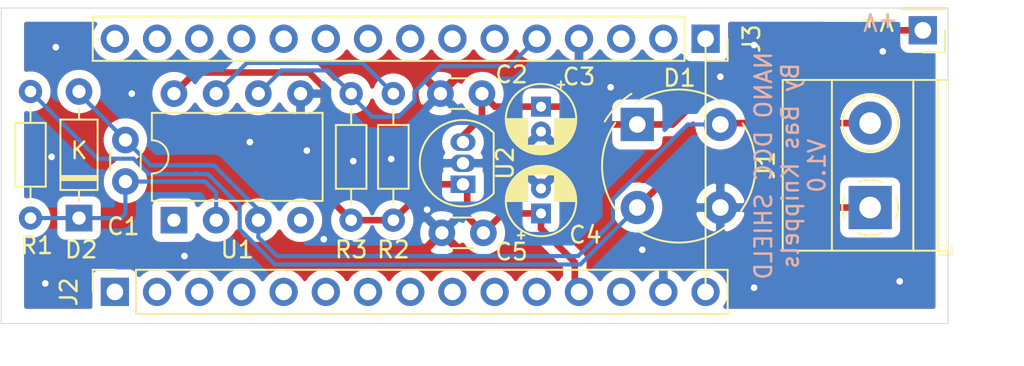
<source format=kicad_pcb>
(kicad_pcb (version 20171130) (host pcbnew "(5.1.6)-1")

  (general
    (thickness 1.6)
    (drawings 9)
    (tracks 101)
    (zones 0)
    (modules 16)
    (nets 36)
  )

  (page A4)
  (layers
    (0 F.Cu signal)
    (31 B.Cu signal)
    (32 B.Adhes user)
    (33 F.Adhes user)
    (34 B.Paste user)
    (35 F.Paste user)
    (36 B.SilkS user)
    (37 F.SilkS user)
    (38 B.Mask user)
    (39 F.Mask user)
    (40 Dwgs.User user)
    (41 Cmts.User user)
    (42 Eco1.User user)
    (43 Eco2.User user)
    (44 Edge.Cuts user)
    (45 Margin user)
    (46 B.CrtYd user)
    (47 F.CrtYd user hide)
    (48 B.Fab user)
    (49 F.Fab user hide)
  )

  (setup
    (last_trace_width 0.25)
    (user_trace_width 0.4)
    (trace_clearance 0.2)
    (zone_clearance 0.508)
    (zone_45_only no)
    (trace_min 0.2)
    (via_size 0.8)
    (via_drill 0.4)
    (via_min_size 0.4)
    (via_min_drill 0.3)
    (uvia_size 0.3)
    (uvia_drill 0.1)
    (uvias_allowed no)
    (uvia_min_size 0.2)
    (uvia_min_drill 0.1)
    (edge_width 0.05)
    (segment_width 0.2)
    (pcb_text_width 0.3)
    (pcb_text_size 1.5 1.5)
    (mod_edge_width 0.12)
    (mod_text_size 1 1)
    (mod_text_width 0.15)
    (pad_size 1.524 1.524)
    (pad_drill 0.762)
    (pad_to_mask_clearance 0.05)
    (aux_axis_origin 0 0)
    (visible_elements 7FFFFFFF)
    (pcbplotparams
      (layerselection 0x010fc_ffffffff)
      (usegerberextensions false)
      (usegerberattributes true)
      (usegerberadvancedattributes true)
      (creategerberjobfile true)
      (excludeedgelayer true)
      (linewidth 0.100000)
      (plotframeref false)
      (viasonmask false)
      (mode 1)
      (useauxorigin false)
      (hpglpennumber 1)
      (hpglpenspeed 20)
      (hpglpendiameter 15.000000)
      (psnegative false)
      (psa4output false)
      (plotreference true)
      (plotvalue true)
      (plotinvisibletext false)
      (padsonsilk false)
      (subtractmaskfromsilk false)
      (outputformat 1)
      (mirror false)
      (drillshape 0)
      (scaleselection 1)
      (outputdirectory ""))
  )

  (net 0 "")
  (net 1 GND)
  (net 2 +5V)
  (net 3 /DCC_IN)
  (net 4 /DCC-)
  (net 5 "Net-(C1-Pad1)")
  (net 6 +12V)
  (net 7 /DCC+)
  (net 8 "Net-(R2-Pad2)")
  (net 9 "Net-(U1-Pad1)")
  (net 10 "Net-(J2-Pad15)")
  (net 11 "Net-(J2-Pad13)")
  (net 12 "Net-(J2-Pad11)")
  (net 13 "Net-(J2-Pad10)")
  (net 14 "Net-(J2-Pad9)")
  (net 15 "Net-(J2-Pad8)")
  (net 16 "Net-(J2-Pad7)")
  (net 17 "Net-(J2-Pad6)")
  (net 18 "Net-(J2-Pad5)")
  (net 19 "Net-(J2-Pad4)")
  (net 20 "Net-(J2-Pad3)")
  (net 21 "Net-(J2-Pad2)")
  (net 22 "Net-(J2-Pad1)")
  (net 23 "Net-(J3-Pad15)")
  (net 24 "Net-(J3-Pad14)")
  (net 25 "Net-(J3-Pad13)")
  (net 26 "Net-(J3-Pad12)")
  (net 27 "Net-(J3-Pad11)")
  (net 28 "Net-(J3-Pad10)")
  (net 29 "Net-(J3-Pad9)")
  (net 30 "Net-(J3-Pad8)")
  (net 31 "Net-(J3-Pad7)")
  (net 32 "Net-(J3-Pad6)")
  (net 33 "Net-(J3-Pad3)")
  (net 34 "Net-(J3-Pad2)")
  (net 35 "Net-(J3-Pad1)")

  (net_class Default "This is the default net class."
    (clearance 0.2)
    (trace_width 0.25)
    (via_dia 0.8)
    (via_drill 0.4)
    (uvia_dia 0.3)
    (uvia_drill 0.1)
    (add_net +12V)
    (add_net +5V)
    (add_net /DCC+)
    (add_net /DCC-)
    (add_net /DCC_IN)
    (add_net GND)
    (add_net "Net-(C1-Pad1)")
    (add_net "Net-(J2-Pad1)")
    (add_net "Net-(J2-Pad10)")
    (add_net "Net-(J2-Pad11)")
    (add_net "Net-(J2-Pad13)")
    (add_net "Net-(J2-Pad15)")
    (add_net "Net-(J2-Pad2)")
    (add_net "Net-(J2-Pad3)")
    (add_net "Net-(J2-Pad4)")
    (add_net "Net-(J2-Pad5)")
    (add_net "Net-(J2-Pad6)")
    (add_net "Net-(J2-Pad7)")
    (add_net "Net-(J2-Pad8)")
    (add_net "Net-(J2-Pad9)")
    (add_net "Net-(J3-Pad1)")
    (add_net "Net-(J3-Pad10)")
    (add_net "Net-(J3-Pad11)")
    (add_net "Net-(J3-Pad12)")
    (add_net "Net-(J3-Pad13)")
    (add_net "Net-(J3-Pad14)")
    (add_net "Net-(J3-Pad15)")
    (add_net "Net-(J3-Pad2)")
    (add_net "Net-(J3-Pad3)")
    (add_net "Net-(J3-Pad6)")
    (add_net "Net-(J3-Pad7)")
    (add_net "Net-(J3-Pad8)")
    (add_net "Net-(J3-Pad9)")
    (add_net "Net-(R2-Pad2)")
    (add_net "Net-(U1-Pad1)")
  )

  (module Connector_PinHeader_2.54mm:PinHeader_1x01_P2.54mm_Vertical (layer F.Cu) (tedit 59FED5CC) (tstamp 61E884AC)
    (at 109.982 85.344 180)
    (descr "Through hole straight pin header, 1x01, 2.54mm pitch, single row")
    (tags "Through hole pin header THT 1x01 2.54mm single row")
    (path /61E886B8)
    (fp_text reference V+ (at 2.794 0.508 180 unlocked) (layer F.SilkS)
      (effects (font (size 1 1) (thickness 0.15)))
    )
    (fp_text value Conn_01x01_Male (at 0 2.33) (layer F.Fab)
      (effects (font (size 1 1) (thickness 0.15)))
    )
    (fp_line (start 1.8 -1.8) (end -1.8 -1.8) (layer F.CrtYd) (width 0.05))
    (fp_line (start 1.8 1.8) (end 1.8 -1.8) (layer F.CrtYd) (width 0.05))
    (fp_line (start -1.8 1.8) (end 1.8 1.8) (layer F.CrtYd) (width 0.05))
    (fp_line (start -1.8 -1.8) (end -1.8 1.8) (layer F.CrtYd) (width 0.05))
    (fp_line (start -1.33 -1.33) (end 0 -1.33) (layer F.SilkS) (width 0.12))
    (fp_line (start -1.33 0) (end -1.33 -1.33) (layer F.SilkS) (width 0.12))
    (fp_line (start -1.33 1.27) (end 1.33 1.27) (layer F.SilkS) (width 0.12))
    (fp_line (start 1.33 1.27) (end 1.33 1.33) (layer F.SilkS) (width 0.12))
    (fp_line (start -1.33 1.27) (end -1.33 1.33) (layer F.SilkS) (width 0.12))
    (fp_line (start -1.33 1.33) (end 1.33 1.33) (layer F.SilkS) (width 0.12))
    (fp_line (start -1.27 -0.635) (end -0.635 -1.27) (layer F.Fab) (width 0.1))
    (fp_line (start -1.27 1.27) (end -1.27 -0.635) (layer F.Fab) (width 0.1))
    (fp_line (start 1.27 1.27) (end -1.27 1.27) (layer F.Fab) (width 0.1))
    (fp_line (start 1.27 -1.27) (end 1.27 1.27) (layer F.Fab) (width 0.1))
    (fp_line (start -0.635 -1.27) (end 1.27 -1.27) (layer F.Fab) (width 0.1))
    (fp_text user %R (at 0 0 90) (layer F.Fab)
      (effects (font (size 1 1) (thickness 0.15)))
    )
    (pad 1 thru_hole rect (at 0 0 180) (size 1.7 1.7) (drill 1) (layers *.Cu *.Mask)
      (net 6 +12V))
    (model ${KISYS3DMOD}/Connector_PinHeader_2.54mm.3dshapes/PinHeader_1x01_P2.54mm_Vertical.wrl
      (at (xyz 0 0 0))
      (scale (xyz 1 1 1))
      (rotate (xyz 0 0 0))
    )
  )

  (module Connector_PinSocket_2.54mm:PinSocket_1x15_P2.54mm_Vertical (layer F.Cu) (tedit 5A19A41D) (tstamp 61CC3F93)
    (at 61.341 101.092 90)
    (descr "Through hole straight socket strip, 1x15, 2.54mm pitch, single row (from Kicad 4.0.7), script generated")
    (tags "Through hole socket strip THT 1x15 2.54mm single row")
    (path /61CF32B0)
    (fp_text reference J2 (at 0 -2.77 90) (layer F.SilkS)
      (effects (font (size 1 1) (thickness 0.15)))
    )
    (fp_text value nano2 (at 0 38.33 90) (layer F.Fab)
      (effects (font (size 1 1) (thickness 0.15)))
    )
    (fp_line (start -1.8 37.3) (end -1.8 -1.8) (layer F.CrtYd) (width 0.05))
    (fp_line (start 1.75 37.3) (end -1.8 37.3) (layer F.CrtYd) (width 0.05))
    (fp_line (start 1.75 -1.8) (end 1.75 37.3) (layer F.CrtYd) (width 0.05))
    (fp_line (start -1.8 -1.8) (end 1.75 -1.8) (layer F.CrtYd) (width 0.05))
    (fp_line (start 0 -1.33) (end 1.33 -1.33) (layer F.SilkS) (width 0.12))
    (fp_line (start 1.33 -1.33) (end 1.33 0) (layer F.SilkS) (width 0.12))
    (fp_line (start 1.33 1.27) (end 1.33 36.89) (layer F.SilkS) (width 0.12))
    (fp_line (start -1.33 36.89) (end 1.33 36.89) (layer F.SilkS) (width 0.12))
    (fp_line (start -1.33 1.27) (end -1.33 36.89) (layer F.SilkS) (width 0.12))
    (fp_line (start -1.33 1.27) (end 1.33 1.27) (layer F.SilkS) (width 0.12))
    (fp_line (start -1.27 36.83) (end -1.27 -1.27) (layer F.Fab) (width 0.1))
    (fp_line (start 1.27 36.83) (end -1.27 36.83) (layer F.Fab) (width 0.1))
    (fp_line (start 1.27 -0.635) (end 1.27 36.83) (layer F.Fab) (width 0.1))
    (fp_line (start 0.635 -1.27) (end 1.27 -0.635) (layer F.Fab) (width 0.1))
    (fp_line (start -1.27 -1.27) (end 0.635 -1.27) (layer F.Fab) (width 0.1))
    (fp_text user %R (at 0 17.78) (layer F.Fab)
      (effects (font (size 1 1) (thickness 0.15)))
    )
    (pad 1 thru_hole rect (at 0 0 90) (size 1.7 1.7) (drill 1) (layers *.Cu *.Mask)
      (net 22 "Net-(J2-Pad1)"))
    (pad 2 thru_hole oval (at 0 2.54 90) (size 1.7 1.7) (drill 1) (layers *.Cu *.Mask)
      (net 21 "Net-(J2-Pad2)"))
    (pad 3 thru_hole oval (at 0 5.08 90) (size 1.7 1.7) (drill 1) (layers *.Cu *.Mask)
      (net 20 "Net-(J2-Pad3)"))
    (pad 4 thru_hole oval (at 0 7.62 90) (size 1.7 1.7) (drill 1) (layers *.Cu *.Mask)
      (net 19 "Net-(J2-Pad4)"))
    (pad 5 thru_hole oval (at 0 10.16 90) (size 1.7 1.7) (drill 1) (layers *.Cu *.Mask)
      (net 18 "Net-(J2-Pad5)"))
    (pad 6 thru_hole oval (at 0 12.7 90) (size 1.7 1.7) (drill 1) (layers *.Cu *.Mask)
      (net 17 "Net-(J2-Pad6)"))
    (pad 7 thru_hole oval (at 0 15.24 90) (size 1.7 1.7) (drill 1) (layers *.Cu *.Mask)
      (net 16 "Net-(J2-Pad7)"))
    (pad 8 thru_hole oval (at 0 17.78 90) (size 1.7 1.7) (drill 1) (layers *.Cu *.Mask)
      (net 15 "Net-(J2-Pad8)"))
    (pad 9 thru_hole oval (at 0 20.32 90) (size 1.7 1.7) (drill 1) (layers *.Cu *.Mask)
      (net 14 "Net-(J2-Pad9)"))
    (pad 10 thru_hole oval (at 0 22.86 90) (size 1.7 1.7) (drill 1) (layers *.Cu *.Mask)
      (net 13 "Net-(J2-Pad10)"))
    (pad 11 thru_hole oval (at 0 25.4 90) (size 1.7 1.7) (drill 1) (layers *.Cu *.Mask)
      (net 12 "Net-(J2-Pad11)"))
    (pad 12 thru_hole oval (at 0 27.94 90) (size 1.7 1.7) (drill 1) (layers *.Cu *.Mask)
      (net 2 +5V))
    (pad 13 thru_hole oval (at 0 30.48 90) (size 1.7 1.7) (drill 1) (layers *.Cu *.Mask)
      (net 11 "Net-(J2-Pad13)"))
    (pad 14 thru_hole oval (at 0 33.02 90) (size 1.7 1.7) (drill 1) (layers *.Cu *.Mask)
      (net 1 GND))
    (pad 15 thru_hole oval (at 0 35.56 90) (size 1.7 1.7) (drill 1) (layers *.Cu *.Mask)
      (net 10 "Net-(J2-Pad15)"))
    (model ${KISYS3DMOD}/Connector_PinSocket_2.54mm.3dshapes/PinSocket_1x15_P2.54mm_Vertical.wrl
      (at (xyz 0 0 0))
      (scale (xyz 1 1 1))
      (rotate (xyz 0 0 0))
    )
  )

  (module Connector_PinSocket_2.54mm:PinSocket_1x15_P2.54mm_Vertical (layer F.Cu) (tedit 5A19A41D) (tstamp 61CC2EAA)
    (at 96.901 85.852 270)
    (descr "Through hole straight socket strip, 1x15, 2.54mm pitch, single row (from Kicad 4.0.7), script generated")
    (tags "Through hole socket strip THT 1x15 2.54mm single row")
    (path /61D11CC1)
    (fp_text reference J3 (at 0 -2.77 90) (layer F.SilkS)
      (effects (font (size 1 1) (thickness 0.15)))
    )
    (fp_text value nano1 (at 0 38.33 90) (layer F.Fab)
      (effects (font (size 1 1) (thickness 0.15)))
    )
    (fp_line (start -1.8 37.3) (end -1.8 -1.8) (layer F.CrtYd) (width 0.05))
    (fp_line (start 1.75 37.3) (end -1.8 37.3) (layer F.CrtYd) (width 0.05))
    (fp_line (start 1.75 -1.8) (end 1.75 37.3) (layer F.CrtYd) (width 0.05))
    (fp_line (start -1.8 -1.8) (end 1.75 -1.8) (layer F.CrtYd) (width 0.05))
    (fp_line (start 0 -1.33) (end 1.33 -1.33) (layer F.SilkS) (width 0.12))
    (fp_line (start 1.33 -1.33) (end 1.33 0) (layer F.SilkS) (width 0.12))
    (fp_line (start 1.33 1.27) (end 1.33 36.89) (layer F.SilkS) (width 0.12))
    (fp_line (start -1.33 36.89) (end 1.33 36.89) (layer F.SilkS) (width 0.12))
    (fp_line (start -1.33 1.27) (end -1.33 36.89) (layer F.SilkS) (width 0.12))
    (fp_line (start -1.33 1.27) (end 1.33 1.27) (layer F.SilkS) (width 0.12))
    (fp_line (start -1.27 36.83) (end -1.27 -1.27) (layer F.Fab) (width 0.1))
    (fp_line (start 1.27 36.83) (end -1.27 36.83) (layer F.Fab) (width 0.1))
    (fp_line (start 1.27 -0.635) (end 1.27 36.83) (layer F.Fab) (width 0.1))
    (fp_line (start 0.635 -1.27) (end 1.27 -0.635) (layer F.Fab) (width 0.1))
    (fp_line (start -1.27 -1.27) (end 0.635 -1.27) (layer F.Fab) (width 0.1))
    (fp_text user %R (at 0 17.78) (layer F.Fab)
      (effects (font (size 1 1) (thickness 0.15)))
    )
    (pad 15 thru_hole oval (at 0 35.56 270) (size 1.7 1.7) (drill 1) (layers *.Cu *.Mask)
      (net 23 "Net-(J3-Pad15)"))
    (pad 14 thru_hole oval (at 0 33.02 270) (size 1.7 1.7) (drill 1) (layers *.Cu *.Mask)
      (net 24 "Net-(J3-Pad14)"))
    (pad 13 thru_hole oval (at 0 30.48 270) (size 1.7 1.7) (drill 1) (layers *.Cu *.Mask)
      (net 25 "Net-(J3-Pad13)"))
    (pad 12 thru_hole oval (at 0 27.94 270) (size 1.7 1.7) (drill 1) (layers *.Cu *.Mask)
      (net 26 "Net-(J3-Pad12)"))
    (pad 11 thru_hole oval (at 0 25.4 270) (size 1.7 1.7) (drill 1) (layers *.Cu *.Mask)
      (net 27 "Net-(J3-Pad11)"))
    (pad 10 thru_hole oval (at 0 22.86 270) (size 1.7 1.7) (drill 1) (layers *.Cu *.Mask)
      (net 28 "Net-(J3-Pad10)"))
    (pad 9 thru_hole oval (at 0 20.32 270) (size 1.7 1.7) (drill 1) (layers *.Cu *.Mask)
      (net 29 "Net-(J3-Pad9)"))
    (pad 8 thru_hole oval (at 0 17.78 270) (size 1.7 1.7) (drill 1) (layers *.Cu *.Mask)
      (net 30 "Net-(J3-Pad8)"))
    (pad 7 thru_hole oval (at 0 15.24 270) (size 1.7 1.7) (drill 1) (layers *.Cu *.Mask)
      (net 31 "Net-(J3-Pad7)"))
    (pad 6 thru_hole oval (at 0 12.7 270) (size 1.7 1.7) (drill 1) (layers *.Cu *.Mask)
      (net 32 "Net-(J3-Pad6)"))
    (pad 5 thru_hole oval (at 0 10.16 270) (size 1.7 1.7) (drill 1) (layers *.Cu *.Mask)
      (net 3 /DCC_IN))
    (pad 4 thru_hole oval (at 0 7.62 270) (size 1.7 1.7) (drill 1) (layers *.Cu *.Mask)
      (net 1 GND))
    (pad 3 thru_hole oval (at 0 5.08 270) (size 1.7 1.7) (drill 1) (layers *.Cu *.Mask)
      (net 33 "Net-(J3-Pad3)"))
    (pad 2 thru_hole oval (at 0 2.54 270) (size 1.7 1.7) (drill 1) (layers *.Cu *.Mask)
      (net 34 "Net-(J3-Pad2)"))
    (pad 1 thru_hole rect (at 0 0 270) (size 1.7 1.7) (drill 1) (layers *.Cu *.Mask)
      (net 35 "Net-(J3-Pad1)"))
    (model ${KISYS3DMOD}/Connector_PinSocket_2.54mm.3dshapes/PinSocket_1x15_P2.54mm_Vertical.wrl
      (at (xyz 0 0 0))
      (scale (xyz 1 1 1))
      (rotate (xyz 0 0 0))
    )
  )

  (module TerminalBlock_Phoenix:TerminalBlock_Phoenix_MKDS-1,5-2-5.08_1x02_P5.08mm_Horizontal (layer F.Cu) (tedit 5B294EBC) (tstamp 61CBD638)
    (at 106.807 96.012 90)
    (descr "Terminal Block Phoenix MKDS-1,5-2-5.08, 2 pins, pitch 5.08mm, size 10.2x9.8mm^2, drill diamater 1.3mm, pad diameter 2.6mm, see http://www.farnell.com/datasheets/100425.pdf, script-generated using https://github.com/pointhi/kicad-footprint-generator/scripts/TerminalBlock_Phoenix")
    (tags "THT Terminal Block Phoenix MKDS-1,5-2-5.08 pitch 5.08mm size 10.2x9.8mm^2 drill 1.3mm pad 2.6mm")
    (path /61CCEBEA)
    (fp_text reference J1 (at 2.54 -6.26 90) (layer F.SilkS)
      (effects (font (size 1 1) (thickness 0.15)))
    )
    (fp_text value Screw_Terminal_01x02 (at 2.54 5.66 90) (layer F.Fab)
      (effects (font (size 1 1) (thickness 0.15)))
    )
    (fp_line (start 8.13 -5.71) (end -3.04 -5.71) (layer F.CrtYd) (width 0.05))
    (fp_line (start 8.13 5.1) (end 8.13 -5.71) (layer F.CrtYd) (width 0.05))
    (fp_line (start -3.04 5.1) (end 8.13 5.1) (layer F.CrtYd) (width 0.05))
    (fp_line (start -3.04 -5.71) (end -3.04 5.1) (layer F.CrtYd) (width 0.05))
    (fp_line (start -2.84 4.9) (end -2.34 4.9) (layer F.SilkS) (width 0.12))
    (fp_line (start -2.84 4.16) (end -2.84 4.9) (layer F.SilkS) (width 0.12))
    (fp_line (start 3.853 1.023) (end 3.806 1.069) (layer F.SilkS) (width 0.12))
    (fp_line (start 6.15 -1.275) (end 6.115 -1.239) (layer F.SilkS) (width 0.12))
    (fp_line (start 4.046 1.239) (end 4.011 1.274) (layer F.SilkS) (width 0.12))
    (fp_line (start 6.355 -1.069) (end 6.308 -1.023) (layer F.SilkS) (width 0.12))
    (fp_line (start 6.035 -1.138) (end 3.943 0.955) (layer F.Fab) (width 0.1))
    (fp_line (start 6.218 -0.955) (end 4.126 1.138) (layer F.Fab) (width 0.1))
    (fp_line (start 0.955 -1.138) (end -1.138 0.955) (layer F.Fab) (width 0.1))
    (fp_line (start 1.138 -0.955) (end -0.955 1.138) (layer F.Fab) (width 0.1))
    (fp_line (start 7.68 -5.261) (end 7.68 4.66) (layer F.SilkS) (width 0.12))
    (fp_line (start -2.6 -5.261) (end -2.6 4.66) (layer F.SilkS) (width 0.12))
    (fp_line (start -2.6 4.66) (end 7.68 4.66) (layer F.SilkS) (width 0.12))
    (fp_line (start -2.6 -5.261) (end 7.68 -5.261) (layer F.SilkS) (width 0.12))
    (fp_line (start -2.6 -2.301) (end 7.68 -2.301) (layer F.SilkS) (width 0.12))
    (fp_line (start -2.54 -2.3) (end 7.62 -2.3) (layer F.Fab) (width 0.1))
    (fp_line (start -2.6 2.6) (end 7.68 2.6) (layer F.SilkS) (width 0.12))
    (fp_line (start -2.54 2.6) (end 7.62 2.6) (layer F.Fab) (width 0.1))
    (fp_line (start -2.6 4.1) (end 7.68 4.1) (layer F.SilkS) (width 0.12))
    (fp_line (start -2.54 4.1) (end 7.62 4.1) (layer F.Fab) (width 0.1))
    (fp_line (start -2.54 4.1) (end -2.54 -5.2) (layer F.Fab) (width 0.1))
    (fp_line (start -2.04 4.6) (end -2.54 4.1) (layer F.Fab) (width 0.1))
    (fp_line (start 7.62 4.6) (end -2.04 4.6) (layer F.Fab) (width 0.1))
    (fp_line (start 7.62 -5.2) (end 7.62 4.6) (layer F.Fab) (width 0.1))
    (fp_line (start -2.54 -5.2) (end 7.62 -5.2) (layer F.Fab) (width 0.1))
    (fp_circle (center 5.08 0) (end 6.76 0) (layer F.SilkS) (width 0.12))
    (fp_circle (center 5.08 0) (end 6.58 0) (layer F.Fab) (width 0.1))
    (fp_circle (center 0 0) (end 1.5 0) (layer F.Fab) (width 0.1))
    (fp_text user %R (at 2.54 3.2 90) (layer F.Fab)
      (effects (font (size 1 1) (thickness 0.15)))
    )
    (fp_arc (start 0 0) (end -0.684 1.535) (angle -25) (layer F.SilkS) (width 0.12))
    (fp_arc (start 0 0) (end -1.535 -0.684) (angle -48) (layer F.SilkS) (width 0.12))
    (fp_arc (start 0 0) (end 0.684 -1.535) (angle -48) (layer F.SilkS) (width 0.12))
    (fp_arc (start 0 0) (end 1.535 0.684) (angle -48) (layer F.SilkS) (width 0.12))
    (fp_arc (start 0 0) (end 0 1.68) (angle -24) (layer F.SilkS) (width 0.12))
    (pad 2 thru_hole circle (at 5.08 0 90) (size 2.6 2.6) (drill 1.3) (layers *.Cu *.Mask)
      (net 4 /DCC-))
    (pad 1 thru_hole rect (at 0 0 90) (size 2.6 2.6) (drill 1.3) (layers *.Cu *.Mask)
      (net 7 /DCC+))
    (model ${KISYS3DMOD}/TerminalBlock_Phoenix.3dshapes/TerminalBlock_Phoenix_MKDS-1,5-2-5.08_1x02_P5.08mm_Horizontal.wrl
      (at (xyz 0 0 0))
      (scale (xyz 1 1 1))
      (rotate (xyz 0 0 0))
    )
  )

  (module Package_TO_SOT_THT:TO-92_Inline (layer F.Cu) (tedit 5A1DD157) (tstamp 61CBCD32)
    (at 82.296 94.615 90)
    (descr "TO-92 leads in-line, narrow, oval pads, drill 0.75mm (see NXP sot054_po.pdf)")
    (tags "to-92 sc-43 sc-43a sot54 PA33 transistor")
    (path /61CBCEA2)
    (fp_text reference U2 (at 1.27 2.54 270) (layer F.SilkS)
      (effects (font (size 1 1) (thickness 0.15)))
    )
    (fp_text value L78L05_TO92 (at 1.27 2.79 90) (layer F.Fab)
      (effects (font (size 1 1) (thickness 0.15)))
    )
    (fp_line (start 4 2.01) (end -1.46 2.01) (layer F.CrtYd) (width 0.05))
    (fp_line (start 4 2.01) (end 4 -2.73) (layer F.CrtYd) (width 0.05))
    (fp_line (start -1.46 -2.73) (end -1.46 2.01) (layer F.CrtYd) (width 0.05))
    (fp_line (start -1.46 -2.73) (end 4 -2.73) (layer F.CrtYd) (width 0.05))
    (fp_line (start -0.5 1.75) (end 3 1.75) (layer F.Fab) (width 0.1))
    (fp_line (start -0.53 1.85) (end 3.07 1.85) (layer F.SilkS) (width 0.12))
    (fp_arc (start 1.27 0) (end 1.27 -2.6) (angle 135) (layer F.SilkS) (width 0.12))
    (fp_arc (start 1.27 0) (end 1.27 -2.48) (angle -135) (layer F.Fab) (width 0.1))
    (fp_arc (start 1.27 0) (end 1.27 -2.6) (angle -135) (layer F.SilkS) (width 0.12))
    (fp_arc (start 1.27 0) (end 1.27 -2.48) (angle 135) (layer F.Fab) (width 0.1))
    (fp_text user %R (at 1.27 -3.56 90) (layer F.Fab)
      (effects (font (size 1 1) (thickness 0.15)))
    )
    (pad 1 thru_hole rect (at 0 0 90) (size 1.05 1.5) (drill 0.75) (layers *.Cu *.Mask)
      (net 2 +5V))
    (pad 3 thru_hole oval (at 2.54 0 90) (size 1.05 1.5) (drill 0.75) (layers *.Cu *.Mask)
      (net 6 +12V))
    (pad 2 thru_hole oval (at 1.27 0 90) (size 1.05 1.5) (drill 0.75) (layers *.Cu *.Mask)
      (net 1 GND))
    (model ${KISYS3DMOD}/Package_TO_SOT_THT.3dshapes/TO-92_Inline.wrl
      (at (xyz 0 0 0))
      (scale (xyz 1 1 1))
      (rotate (xyz 0 0 0))
    )
  )

  (module Package_DIP:DIP-8_W7.62mm (layer F.Cu) (tedit 5A02E8C5) (tstamp 61CBCD20)
    (at 64.897 96.774 90)
    (descr "8-lead though-hole mounted DIP package, row spacing 7.62 mm (300 mils)")
    (tags "THT DIP DIL PDIP 2.54mm 7.62mm 300mil")
    (path /61CB6BD3)
    (fp_text reference U1 (at -1.778 3.81 180) (layer F.SilkS)
      (effects (font (size 1 1) (thickness 0.15)))
    )
    (fp_text value 6N137 (at 3.81 9.95 90) (layer F.Fab)
      (effects (font (size 1 1) (thickness 0.15)))
    )
    (fp_line (start 8.7 -1.55) (end -1.1 -1.55) (layer F.CrtYd) (width 0.05))
    (fp_line (start 8.7 9.15) (end 8.7 -1.55) (layer F.CrtYd) (width 0.05))
    (fp_line (start -1.1 9.15) (end 8.7 9.15) (layer F.CrtYd) (width 0.05))
    (fp_line (start -1.1 -1.55) (end -1.1 9.15) (layer F.CrtYd) (width 0.05))
    (fp_line (start 6.46 -1.33) (end 4.81 -1.33) (layer F.SilkS) (width 0.12))
    (fp_line (start 6.46 8.95) (end 6.46 -1.33) (layer F.SilkS) (width 0.12))
    (fp_line (start 1.16 8.95) (end 6.46 8.95) (layer F.SilkS) (width 0.12))
    (fp_line (start 1.16 -1.33) (end 1.16 8.95) (layer F.SilkS) (width 0.12))
    (fp_line (start 2.81 -1.33) (end 1.16 -1.33) (layer F.SilkS) (width 0.12))
    (fp_line (start 0.635 -0.27) (end 1.635 -1.27) (layer F.Fab) (width 0.1))
    (fp_line (start 0.635 8.89) (end 0.635 -0.27) (layer F.Fab) (width 0.1))
    (fp_line (start 6.985 8.89) (end 0.635 8.89) (layer F.Fab) (width 0.1))
    (fp_line (start 6.985 -1.27) (end 6.985 8.89) (layer F.Fab) (width 0.1))
    (fp_line (start 1.635 -1.27) (end 6.985 -1.27) (layer F.Fab) (width 0.1))
    (fp_text user %R (at 3.81 3.81 90) (layer F.Fab)
      (effects (font (size 1 1) (thickness 0.15)))
    )
    (fp_arc (start 3.81 -1.33) (end 2.81 -1.33) (angle -180) (layer F.SilkS) (width 0.12))
    (pad 8 thru_hole oval (at 7.62 0 90) (size 1.6 1.6) (drill 0.8) (layers *.Cu *.Mask)
      (net 2 +5V))
    (pad 4 thru_hole oval (at 0 7.62 90) (size 1.6 1.6) (drill 0.8) (layers *.Cu *.Mask))
    (pad 7 thru_hole oval (at 7.62 2.54 90) (size 1.6 1.6) (drill 0.8) (layers *.Cu *.Mask)
      (net 8 "Net-(R2-Pad2)"))
    (pad 3 thru_hole oval (at 0 5.08 90) (size 1.6 1.6) (drill 0.8) (layers *.Cu *.Mask)
      (net 4 /DCC-))
    (pad 6 thru_hole oval (at 7.62 5.08 90) (size 1.6 1.6) (drill 0.8) (layers *.Cu *.Mask)
      (net 3 /DCC_IN))
    (pad 2 thru_hole oval (at 0 2.54 90) (size 1.6 1.6) (drill 0.8) (layers *.Cu *.Mask)
      (net 5 "Net-(C1-Pad1)"))
    (pad 5 thru_hole oval (at 7.62 7.62 90) (size 1.6 1.6) (drill 0.8) (layers *.Cu *.Mask)
      (net 1 GND))
    (pad 1 thru_hole rect (at 0 0 90) (size 1.6 1.6) (drill 0.8) (layers *.Cu *.Mask)
      (net 9 "Net-(U1-Pad1)"))
    (model ${KISYS3DMOD}/Package_DIP.3dshapes/DIP-8_W7.62mm.wrl
      (at (xyz 0 0 0))
      (scale (xyz 1 1 1))
      (rotate (xyz 0 0 0))
    )
  )

  (module Resistor_THT:R_Axial_DIN0204_L3.6mm_D1.6mm_P7.62mm_Horizontal (layer F.Cu) (tedit 5AE5139B) (tstamp 61CBCD04)
    (at 75.565 96.774 90)
    (descr "Resistor, Axial_DIN0204 series, Axial, Horizontal, pin pitch=7.62mm, 0.167W, length*diameter=3.6*1.6mm^2, http://cdn-reichelt.de/documents/datenblatt/B400/1_4W%23YAG.pdf")
    (tags "Resistor Axial_DIN0204 series Axial Horizontal pin pitch 7.62mm 0.167W length 3.6mm diameter 1.6mm")
    (path /61CD54F8)
    (fp_text reference R3 (at -1.778 0 180) (layer F.SilkS)
      (effects (font (size 1 1) (thickness 0.15)))
    )
    (fp_text value 5k (at 3.81 1.92 90) (layer F.Fab)
      (effects (font (size 1 1) (thickness 0.15)))
    )
    (fp_line (start 8.57 -1.05) (end -0.95 -1.05) (layer F.CrtYd) (width 0.05))
    (fp_line (start 8.57 1.05) (end 8.57 -1.05) (layer F.CrtYd) (width 0.05))
    (fp_line (start -0.95 1.05) (end 8.57 1.05) (layer F.CrtYd) (width 0.05))
    (fp_line (start -0.95 -1.05) (end -0.95 1.05) (layer F.CrtYd) (width 0.05))
    (fp_line (start 6.68 0) (end 5.73 0) (layer F.SilkS) (width 0.12))
    (fp_line (start 0.94 0) (end 1.89 0) (layer F.SilkS) (width 0.12))
    (fp_line (start 5.73 -0.92) (end 1.89 -0.92) (layer F.SilkS) (width 0.12))
    (fp_line (start 5.73 0.92) (end 5.73 -0.92) (layer F.SilkS) (width 0.12))
    (fp_line (start 1.89 0.92) (end 5.73 0.92) (layer F.SilkS) (width 0.12))
    (fp_line (start 1.89 -0.92) (end 1.89 0.92) (layer F.SilkS) (width 0.12))
    (fp_line (start 7.62 0) (end 5.61 0) (layer F.Fab) (width 0.1))
    (fp_line (start 0 0) (end 2.01 0) (layer F.Fab) (width 0.1))
    (fp_line (start 5.61 -0.8) (end 2.01 -0.8) (layer F.Fab) (width 0.1))
    (fp_line (start 5.61 0.8) (end 5.61 -0.8) (layer F.Fab) (width 0.1))
    (fp_line (start 2.01 0.8) (end 5.61 0.8) (layer F.Fab) (width 0.1))
    (fp_line (start 2.01 -0.8) (end 2.01 0.8) (layer F.Fab) (width 0.1))
    (fp_text user %R (at 3.81 0 90) (layer F.Fab)
      (effects (font (size 0.72 0.72) (thickness 0.108)))
    )
    (pad 2 thru_hole oval (at 7.62 0 90) (size 1.4 1.4) (drill 0.7) (layers *.Cu *.Mask)
      (net 3 /DCC_IN))
    (pad 1 thru_hole circle (at 0 0 90) (size 1.4 1.4) (drill 0.7) (layers *.Cu *.Mask)
      (net 2 +5V))
    (model ${KISYS3DMOD}/Resistor_THT.3dshapes/R_Axial_DIN0204_L3.6mm_D1.6mm_P7.62mm_Horizontal.wrl
      (at (xyz 0 0 0))
      (scale (xyz 1 1 1))
      (rotate (xyz 0 0 0))
    )
  )

  (module Resistor_THT:R_Axial_DIN0204_L3.6mm_D1.6mm_P7.62mm_Horizontal (layer F.Cu) (tedit 5AE5139B) (tstamp 61CBCCED)
    (at 78.105 96.774 90)
    (descr "Resistor, Axial_DIN0204 series, Axial, Horizontal, pin pitch=7.62mm, 0.167W, length*diameter=3.6*1.6mm^2, http://cdn-reichelt.de/documents/datenblatt/B400/1_4W%23YAG.pdf")
    (tags "Resistor Axial_DIN0204 series Axial Horizontal pin pitch 7.62mm 0.167W length 3.6mm diameter 1.6mm")
    (path /61CD5410)
    (fp_text reference R2 (at -1.778 0 180) (layer F.SilkS)
      (effects (font (size 1 1) (thickness 0.15)))
    )
    (fp_text value 10k (at 3.81 1.92 90) (layer F.Fab)
      (effects (font (size 1 1) (thickness 0.15)))
    )
    (fp_line (start 8.57 -1.05) (end -0.95 -1.05) (layer F.CrtYd) (width 0.05))
    (fp_line (start 8.57 1.05) (end 8.57 -1.05) (layer F.CrtYd) (width 0.05))
    (fp_line (start -0.95 1.05) (end 8.57 1.05) (layer F.CrtYd) (width 0.05))
    (fp_line (start -0.95 -1.05) (end -0.95 1.05) (layer F.CrtYd) (width 0.05))
    (fp_line (start 6.68 0) (end 5.73 0) (layer F.SilkS) (width 0.12))
    (fp_line (start 0.94 0) (end 1.89 0) (layer F.SilkS) (width 0.12))
    (fp_line (start 5.73 -0.92) (end 1.89 -0.92) (layer F.SilkS) (width 0.12))
    (fp_line (start 5.73 0.92) (end 5.73 -0.92) (layer F.SilkS) (width 0.12))
    (fp_line (start 1.89 0.92) (end 5.73 0.92) (layer F.SilkS) (width 0.12))
    (fp_line (start 1.89 -0.92) (end 1.89 0.92) (layer F.SilkS) (width 0.12))
    (fp_line (start 7.62 0) (end 5.61 0) (layer F.Fab) (width 0.1))
    (fp_line (start 0 0) (end 2.01 0) (layer F.Fab) (width 0.1))
    (fp_line (start 5.61 -0.8) (end 2.01 -0.8) (layer F.Fab) (width 0.1))
    (fp_line (start 5.61 0.8) (end 5.61 -0.8) (layer F.Fab) (width 0.1))
    (fp_line (start 2.01 0.8) (end 5.61 0.8) (layer F.Fab) (width 0.1))
    (fp_line (start 2.01 -0.8) (end 2.01 0.8) (layer F.Fab) (width 0.1))
    (fp_text user %R (at 3.81 0 90) (layer F.Fab)
      (effects (font (size 0.72 0.72) (thickness 0.108)))
    )
    (pad 2 thru_hole oval (at 7.62 0 90) (size 1.4 1.4) (drill 0.7) (layers *.Cu *.Mask)
      (net 8 "Net-(R2-Pad2)"))
    (pad 1 thru_hole circle (at 0 0 90) (size 1.4 1.4) (drill 0.7) (layers *.Cu *.Mask)
      (net 2 +5V))
    (model ${KISYS3DMOD}/Resistor_THT.3dshapes/R_Axial_DIN0204_L3.6mm_D1.6mm_P7.62mm_Horizontal.wrl
      (at (xyz 0 0 0))
      (scale (xyz 1 1 1))
      (rotate (xyz 0 0 0))
    )
  )

  (module Resistor_THT:R_Axial_DIN0204_L3.6mm_D1.6mm_P7.62mm_Horizontal (layer F.Cu) (tedit 5AE5139B) (tstamp 61CBCCD6)
    (at 56.261 96.647 90)
    (descr "Resistor, Axial_DIN0204 series, Axial, Horizontal, pin pitch=7.62mm, 0.167W, length*diameter=3.6*1.6mm^2, http://cdn-reichelt.de/documents/datenblatt/B400/1_4W%23YAG.pdf")
    (tags "Resistor Axial_DIN0204 series Axial Horizontal pin pitch 7.62mm 0.167W length 3.6mm diameter 1.6mm")
    (path /61CBAED1)
    (fp_text reference R1 (at -1.651 0.381 180) (layer F.SilkS)
      (effects (font (size 1 1) (thickness 0.15)))
    )
    (fp_text value 1k (at 3.81 1.92 90) (layer F.Fab)
      (effects (font (size 1 1) (thickness 0.15)))
    )
    (fp_line (start 8.57 -1.05) (end -0.95 -1.05) (layer F.CrtYd) (width 0.05))
    (fp_line (start 8.57 1.05) (end 8.57 -1.05) (layer F.CrtYd) (width 0.05))
    (fp_line (start -0.95 1.05) (end 8.57 1.05) (layer F.CrtYd) (width 0.05))
    (fp_line (start -0.95 -1.05) (end -0.95 1.05) (layer F.CrtYd) (width 0.05))
    (fp_line (start 6.68 0) (end 5.73 0) (layer F.SilkS) (width 0.12))
    (fp_line (start 0.94 0) (end 1.89 0) (layer F.SilkS) (width 0.12))
    (fp_line (start 5.73 -0.92) (end 1.89 -0.92) (layer F.SilkS) (width 0.12))
    (fp_line (start 5.73 0.92) (end 5.73 -0.92) (layer F.SilkS) (width 0.12))
    (fp_line (start 1.89 0.92) (end 5.73 0.92) (layer F.SilkS) (width 0.12))
    (fp_line (start 1.89 -0.92) (end 1.89 0.92) (layer F.SilkS) (width 0.12))
    (fp_line (start 7.62 0) (end 5.61 0) (layer F.Fab) (width 0.1))
    (fp_line (start 0 0) (end 2.01 0) (layer F.Fab) (width 0.1))
    (fp_line (start 5.61 -0.8) (end 2.01 -0.8) (layer F.Fab) (width 0.1))
    (fp_line (start 5.61 0.8) (end 5.61 -0.8) (layer F.Fab) (width 0.1))
    (fp_line (start 2.01 0.8) (end 5.61 0.8) (layer F.Fab) (width 0.1))
    (fp_line (start 2.01 -0.8) (end 2.01 0.8) (layer F.Fab) (width 0.1))
    (fp_text user %R (at 3.81 0 90) (layer F.Fab)
      (effects (font (size 0.72 0.72) (thickness 0.108)))
    )
    (pad 2 thru_hole oval (at 7.62 0 90) (size 1.4 1.4) (drill 0.7) (layers *.Cu *.Mask)
      (net 7 /DCC+))
    (pad 1 thru_hole circle (at 0 0 90) (size 1.4 1.4) (drill 0.7) (layers *.Cu *.Mask)
      (net 5 "Net-(C1-Pad1)"))
    (model ${KISYS3DMOD}/Resistor_THT.3dshapes/R_Axial_DIN0204_L3.6mm_D1.6mm_P7.62mm_Horizontal.wrl
      (at (xyz 0 0 0))
      (scale (xyz 1 1 1))
      (rotate (xyz 0 0 0))
    )
  )

  (module Diode_THT:D_DO-35_SOD27_P7.62mm_Horizontal (layer F.Cu) (tedit 5AE50CD5) (tstamp 61CBCCBF)
    (at 59.182 96.647 90)
    (descr "Diode, DO-35_SOD27 series, Axial, Horizontal, pin pitch=7.62mm, , length*diameter=4*2mm^2, , http://www.diodes.com/_files/packages/DO-35.pdf")
    (tags "Diode DO-35_SOD27 series Axial Horizontal pin pitch 7.62mm  length 4mm diameter 2mm")
    (path /61CB7B8C)
    (fp_text reference D2 (at -1.905 0.127 180) (layer F.SilkS)
      (effects (font (size 1 1) (thickness 0.15)))
    )
    (fp_text value 1N4148 (at 3.81 2.12 90) (layer F.Fab)
      (effects (font (size 1 1) (thickness 0.15)))
    )
    (fp_line (start 8.67 -1.25) (end -1.05 -1.25) (layer F.CrtYd) (width 0.05))
    (fp_line (start 8.67 1.25) (end 8.67 -1.25) (layer F.CrtYd) (width 0.05))
    (fp_line (start -1.05 1.25) (end 8.67 1.25) (layer F.CrtYd) (width 0.05))
    (fp_line (start -1.05 -1.25) (end -1.05 1.25) (layer F.CrtYd) (width 0.05))
    (fp_line (start 2.29 -1.12) (end 2.29 1.12) (layer F.SilkS) (width 0.12))
    (fp_line (start 2.53 -1.12) (end 2.53 1.12) (layer F.SilkS) (width 0.12))
    (fp_line (start 2.41 -1.12) (end 2.41 1.12) (layer F.SilkS) (width 0.12))
    (fp_line (start 6.58 0) (end 5.93 0) (layer F.SilkS) (width 0.12))
    (fp_line (start 1.04 0) (end 1.69 0) (layer F.SilkS) (width 0.12))
    (fp_line (start 5.93 -1.12) (end 1.69 -1.12) (layer F.SilkS) (width 0.12))
    (fp_line (start 5.93 1.12) (end 5.93 -1.12) (layer F.SilkS) (width 0.12))
    (fp_line (start 1.69 1.12) (end 5.93 1.12) (layer F.SilkS) (width 0.12))
    (fp_line (start 1.69 -1.12) (end 1.69 1.12) (layer F.SilkS) (width 0.12))
    (fp_line (start 2.31 -1) (end 2.31 1) (layer F.Fab) (width 0.1))
    (fp_line (start 2.51 -1) (end 2.51 1) (layer F.Fab) (width 0.1))
    (fp_line (start 2.41 -1) (end 2.41 1) (layer F.Fab) (width 0.1))
    (fp_line (start 7.62 0) (end 5.81 0) (layer F.Fab) (width 0.1))
    (fp_line (start 0 0) (end 1.81 0) (layer F.Fab) (width 0.1))
    (fp_line (start 5.81 -1) (end 1.81 -1) (layer F.Fab) (width 0.1))
    (fp_line (start 5.81 1) (end 5.81 -1) (layer F.Fab) (width 0.1))
    (fp_line (start 1.81 1) (end 5.81 1) (layer F.Fab) (width 0.1))
    (fp_line (start 1.81 -1) (end 1.81 1) (layer F.Fab) (width 0.1))
    (fp_text user K (at 4.064 0 180) (layer F.SilkS)
      (effects (font (size 1 1) (thickness 0.15)))
    )
    (fp_text user K (at 0 -1.8 90) (layer F.Fab)
      (effects (font (size 1 1) (thickness 0.15)))
    )
    (fp_text user %R (at 4.11 0 90) (layer F.Fab)
      (effects (font (size 0.8 0.8) (thickness 0.12)))
    )
    (pad 2 thru_hole oval (at 7.62 0 90) (size 1.6 1.6) (drill 0.8) (layers *.Cu *.Mask)
      (net 4 /DCC-))
    (pad 1 thru_hole rect (at 0 0 90) (size 1.6 1.6) (drill 0.8) (layers *.Cu *.Mask)
      (net 5 "Net-(C1-Pad1)"))
    (model ${KISYS3DMOD}/Diode_THT.3dshapes/D_DO-35_SOD27_P7.62mm_Horizontal.wrl
      (at (xyz 0 0 0))
      (scale (xyz 1 1 1))
      (rotate (xyz 0 0 0))
    )
  )

  (module Diode_THT:Diode_Bridge_Round_D9.0mm (layer F.Cu) (tedit 5A4E75FD) (tstamp 61CBCCA0)
    (at 92.79 91.012)
    (descr "4-lead round diode bridge package, diameter 9.0mm, pin pitch 5.0mm, see https://diotec.com/tl_files/diotec/files/pdf/datasheets/b40r.pdf")
    (tags "diode bridge 9.0mm 8.85mm WOB pitch 5.0mm")
    (path /61CC247E)
    (fp_text reference D1 (at 2.54 -2.794) (layer F.SilkS)
      (effects (font (size 1 1) (thickness 0.15)))
    )
    (fp_text value D (at 2.794 8.128) (layer F.Fab)
      (effects (font (size 1 1) (thickness 0.15)))
    )
    (fp_circle (center 2.5 2.5) (end -1.3 -1.2) (layer F.CrtYd) (width 0.05))
    (fp_arc (start 2.5 2.5) (end -2 2.5) (angle 360) (layer F.Fab) (width 0.12))
    (fp_arc (start 2.5 2.5) (end -0.1 -1.3) (angle 71.12781967) (layer F.SilkS) (width 0.12))
    (fp_arc (start 2.5 2.5) (end 6.35 -0.05) (angle 69.27189832) (layer F.SilkS) (width 0.12))
    (fp_arc (start 2.5 2.5) (end 5.25 6.2) (angle 69.33515029) (layer F.SilkS) (width 0.12))
    (fp_text user %R (at 2.5 2.5) (layer F.Fab)
      (effects (font (size 1 1) (thickness 0.15)))
    )
    (fp_arc (start 2.5 2.5) (end -1.25 5.2) (angle 69.7860092) (layer F.SilkS) (width 0.12))
    (fp_arc (start 2.5 2.5) (end -0.35 -1.85) (angle -25.7) (layer F.SilkS) (width 0.12))
    (pad 1 thru_hole rect (at 0 0) (size 2 2) (drill 1) (layers *.Cu *.Mask)
      (net 6 +12V))
    (pad 3 thru_hole oval (at 5 5) (size 2 2) (drill 1) (layers *.Cu *.Mask)
      (net 1 GND))
    (pad 2 thru_hole oval (at 0 5) (size 2 2) (drill 1) (layers *.Cu *.Mask)
      (net 7 /DCC+))
    (pad 4 thru_hole oval (at 5 0) (size 2 2) (drill 1) (layers *.Cu *.Mask)
      (net 4 /DCC-))
    (model ${KISYS3DMOD}/Diode_THT.3dshapes/Diode_Bridge_Round_D9.0mm.wrl
      (at (xyz 0 0 0))
      (scale (xyz 1 1 1))
      (rotate (xyz 0 0 0))
    )
  )

  (module Capacitor_THT:C_Disc_D3.0mm_W1.6mm_P2.50mm (layer F.Cu) (tedit 5AE50EF0) (tstamp 61CBCC90)
    (at 83.526 97.536 180)
    (descr "C, Disc series, Radial, pin pitch=2.50mm, , diameter*width=3.0*1.6mm^2, Capacitor, http://www.vishay.com/docs/45233/krseries.pdf")
    (tags "C Disc series Radial pin pitch 2.50mm  diameter 3.0mm width 1.6mm Capacitor")
    (path /61CBE0B1)
    (fp_text reference C5 (at -1.691 -1.143) (layer F.SilkS)
      (effects (font (size 1 1) (thickness 0.15)))
    )
    (fp_text value C (at 1.25 2.05) (layer F.Fab)
      (effects (font (size 1 1) (thickness 0.15)))
    )
    (fp_line (start 3.55 -1.05) (end -1.05 -1.05) (layer F.CrtYd) (width 0.05))
    (fp_line (start 3.55 1.05) (end 3.55 -1.05) (layer F.CrtYd) (width 0.05))
    (fp_line (start -1.05 1.05) (end 3.55 1.05) (layer F.CrtYd) (width 0.05))
    (fp_line (start -1.05 -1.05) (end -1.05 1.05) (layer F.CrtYd) (width 0.05))
    (fp_line (start 0.621 0.92) (end 1.879 0.92) (layer F.SilkS) (width 0.12))
    (fp_line (start 0.621 -0.92) (end 1.879 -0.92) (layer F.SilkS) (width 0.12))
    (fp_line (start 2.75 -0.8) (end -0.25 -0.8) (layer F.Fab) (width 0.1))
    (fp_line (start 2.75 0.8) (end 2.75 -0.8) (layer F.Fab) (width 0.1))
    (fp_line (start -0.25 0.8) (end 2.75 0.8) (layer F.Fab) (width 0.1))
    (fp_line (start -0.25 -0.8) (end -0.25 0.8) (layer F.Fab) (width 0.1))
    (fp_text user %R (at 1.25 0) (layer F.Fab)
      (effects (font (size 0.6 0.6) (thickness 0.09)))
    )
    (pad 2 thru_hole circle (at 2.5 0 180) (size 1.6 1.6) (drill 0.8) (layers *.Cu *.Mask)
      (net 1 GND))
    (pad 1 thru_hole circle (at 0 0 180) (size 1.6 1.6) (drill 0.8) (layers *.Cu *.Mask)
      (net 2 +5V))
    (model ${KISYS3DMOD}/Capacitor_THT.3dshapes/C_Disc_D3.0mm_W1.6mm_P2.50mm.wrl
      (at (xyz 0 0 0))
      (scale (xyz 1 1 1))
      (rotate (xyz 0 0 0))
    )
  )

  (module Capacitor_THT:CP_Radial_D4.0mm_P1.50mm (layer F.Cu) (tedit 5AE50EF0) (tstamp 61CBCC7F)
    (at 86.995 96.369 90)
    (descr "CP, Radial series, Radial, pin pitch=1.50mm, , diameter=4mm, Electrolytic Capacitor")
    (tags "CP Radial series Radial pin pitch 1.50mm  diameter 4mm Electrolytic Capacitor")
    (path /61CBDB60)
    (fp_text reference C4 (at -1.294 2.667 180) (layer F.SilkS)
      (effects (font (size 1 1) (thickness 0.15)))
    )
    (fp_text value CP (at 0.75 3.25 90) (layer F.Fab)
      (effects (font (size 1 1) (thickness 0.15)))
    )
    (fp_line (start -1.319801 -1.395) (end -1.319801 -0.995) (layer F.SilkS) (width 0.12))
    (fp_line (start -1.519801 -1.195) (end -1.119801 -1.195) (layer F.SilkS) (width 0.12))
    (fp_line (start 2.831 -0.37) (end 2.831 0.37) (layer F.SilkS) (width 0.12))
    (fp_line (start 2.791 -0.537) (end 2.791 0.537) (layer F.SilkS) (width 0.12))
    (fp_line (start 2.751 -0.664) (end 2.751 0.664) (layer F.SilkS) (width 0.12))
    (fp_line (start 2.711 -0.768) (end 2.711 0.768) (layer F.SilkS) (width 0.12))
    (fp_line (start 2.671 -0.859) (end 2.671 0.859) (layer F.SilkS) (width 0.12))
    (fp_line (start 2.631 -0.94) (end 2.631 0.94) (layer F.SilkS) (width 0.12))
    (fp_line (start 2.591 -1.013) (end 2.591 1.013) (layer F.SilkS) (width 0.12))
    (fp_line (start 2.551 -1.08) (end 2.551 1.08) (layer F.SilkS) (width 0.12))
    (fp_line (start 2.511 -1.142) (end 2.511 1.142) (layer F.SilkS) (width 0.12))
    (fp_line (start 2.471 -1.2) (end 2.471 1.2) (layer F.SilkS) (width 0.12))
    (fp_line (start 2.431 -1.254) (end 2.431 1.254) (layer F.SilkS) (width 0.12))
    (fp_line (start 2.391 -1.304) (end 2.391 1.304) (layer F.SilkS) (width 0.12))
    (fp_line (start 2.351 -1.351) (end 2.351 1.351) (layer F.SilkS) (width 0.12))
    (fp_line (start 2.311 0.84) (end 2.311 1.396) (layer F.SilkS) (width 0.12))
    (fp_line (start 2.311 -1.396) (end 2.311 -0.84) (layer F.SilkS) (width 0.12))
    (fp_line (start 2.271 0.84) (end 2.271 1.438) (layer F.SilkS) (width 0.12))
    (fp_line (start 2.271 -1.438) (end 2.271 -0.84) (layer F.SilkS) (width 0.12))
    (fp_line (start 2.231 0.84) (end 2.231 1.478) (layer F.SilkS) (width 0.12))
    (fp_line (start 2.231 -1.478) (end 2.231 -0.84) (layer F.SilkS) (width 0.12))
    (fp_line (start 2.191 0.84) (end 2.191 1.516) (layer F.SilkS) (width 0.12))
    (fp_line (start 2.191 -1.516) (end 2.191 -0.84) (layer F.SilkS) (width 0.12))
    (fp_line (start 2.151 0.84) (end 2.151 1.552) (layer F.SilkS) (width 0.12))
    (fp_line (start 2.151 -1.552) (end 2.151 -0.84) (layer F.SilkS) (width 0.12))
    (fp_line (start 2.111 0.84) (end 2.111 1.587) (layer F.SilkS) (width 0.12))
    (fp_line (start 2.111 -1.587) (end 2.111 -0.84) (layer F.SilkS) (width 0.12))
    (fp_line (start 2.071 0.84) (end 2.071 1.619) (layer F.SilkS) (width 0.12))
    (fp_line (start 2.071 -1.619) (end 2.071 -0.84) (layer F.SilkS) (width 0.12))
    (fp_line (start 2.031 0.84) (end 2.031 1.65) (layer F.SilkS) (width 0.12))
    (fp_line (start 2.031 -1.65) (end 2.031 -0.84) (layer F.SilkS) (width 0.12))
    (fp_line (start 1.991 0.84) (end 1.991 1.68) (layer F.SilkS) (width 0.12))
    (fp_line (start 1.991 -1.68) (end 1.991 -0.84) (layer F.SilkS) (width 0.12))
    (fp_line (start 1.951 0.84) (end 1.951 1.708) (layer F.SilkS) (width 0.12))
    (fp_line (start 1.951 -1.708) (end 1.951 -0.84) (layer F.SilkS) (width 0.12))
    (fp_line (start 1.911 0.84) (end 1.911 1.735) (layer F.SilkS) (width 0.12))
    (fp_line (start 1.911 -1.735) (end 1.911 -0.84) (layer F.SilkS) (width 0.12))
    (fp_line (start 1.871 0.84) (end 1.871 1.76) (layer F.SilkS) (width 0.12))
    (fp_line (start 1.871 -1.76) (end 1.871 -0.84) (layer F.SilkS) (width 0.12))
    (fp_line (start 1.831 0.84) (end 1.831 1.785) (layer F.SilkS) (width 0.12))
    (fp_line (start 1.831 -1.785) (end 1.831 -0.84) (layer F.SilkS) (width 0.12))
    (fp_line (start 1.791 0.84) (end 1.791 1.808) (layer F.SilkS) (width 0.12))
    (fp_line (start 1.791 -1.808) (end 1.791 -0.84) (layer F.SilkS) (width 0.12))
    (fp_line (start 1.751 0.84) (end 1.751 1.83) (layer F.SilkS) (width 0.12))
    (fp_line (start 1.751 -1.83) (end 1.751 -0.84) (layer F.SilkS) (width 0.12))
    (fp_line (start 1.711 0.84) (end 1.711 1.851) (layer F.SilkS) (width 0.12))
    (fp_line (start 1.711 -1.851) (end 1.711 -0.84) (layer F.SilkS) (width 0.12))
    (fp_line (start 1.671 0.84) (end 1.671 1.87) (layer F.SilkS) (width 0.12))
    (fp_line (start 1.671 -1.87) (end 1.671 -0.84) (layer F.SilkS) (width 0.12))
    (fp_line (start 1.631 0.84) (end 1.631 1.889) (layer F.SilkS) (width 0.12))
    (fp_line (start 1.631 -1.889) (end 1.631 -0.84) (layer F.SilkS) (width 0.12))
    (fp_line (start 1.591 0.84) (end 1.591 1.907) (layer F.SilkS) (width 0.12))
    (fp_line (start 1.591 -1.907) (end 1.591 -0.84) (layer F.SilkS) (width 0.12))
    (fp_line (start 1.551 0.84) (end 1.551 1.924) (layer F.SilkS) (width 0.12))
    (fp_line (start 1.551 -1.924) (end 1.551 -0.84) (layer F.SilkS) (width 0.12))
    (fp_line (start 1.511 0.84) (end 1.511 1.94) (layer F.SilkS) (width 0.12))
    (fp_line (start 1.511 -1.94) (end 1.511 -0.84) (layer F.SilkS) (width 0.12))
    (fp_line (start 1.471 0.84) (end 1.471 1.954) (layer F.SilkS) (width 0.12))
    (fp_line (start 1.471 -1.954) (end 1.471 -0.84) (layer F.SilkS) (width 0.12))
    (fp_line (start 1.43 0.84) (end 1.43 1.968) (layer F.SilkS) (width 0.12))
    (fp_line (start 1.43 -1.968) (end 1.43 -0.84) (layer F.SilkS) (width 0.12))
    (fp_line (start 1.39 0.84) (end 1.39 1.982) (layer F.SilkS) (width 0.12))
    (fp_line (start 1.39 -1.982) (end 1.39 -0.84) (layer F.SilkS) (width 0.12))
    (fp_line (start 1.35 0.84) (end 1.35 1.994) (layer F.SilkS) (width 0.12))
    (fp_line (start 1.35 -1.994) (end 1.35 -0.84) (layer F.SilkS) (width 0.12))
    (fp_line (start 1.31 0.84) (end 1.31 2.005) (layer F.SilkS) (width 0.12))
    (fp_line (start 1.31 -2.005) (end 1.31 -0.84) (layer F.SilkS) (width 0.12))
    (fp_line (start 1.27 0.84) (end 1.27 2.016) (layer F.SilkS) (width 0.12))
    (fp_line (start 1.27 -2.016) (end 1.27 -0.84) (layer F.SilkS) (width 0.12))
    (fp_line (start 1.23 0.84) (end 1.23 2.025) (layer F.SilkS) (width 0.12))
    (fp_line (start 1.23 -2.025) (end 1.23 -0.84) (layer F.SilkS) (width 0.12))
    (fp_line (start 1.19 0.84) (end 1.19 2.034) (layer F.SilkS) (width 0.12))
    (fp_line (start 1.19 -2.034) (end 1.19 -0.84) (layer F.SilkS) (width 0.12))
    (fp_line (start 1.15 0.84) (end 1.15 2.042) (layer F.SilkS) (width 0.12))
    (fp_line (start 1.15 -2.042) (end 1.15 -0.84) (layer F.SilkS) (width 0.12))
    (fp_line (start 1.11 0.84) (end 1.11 2.05) (layer F.SilkS) (width 0.12))
    (fp_line (start 1.11 -2.05) (end 1.11 -0.84) (layer F.SilkS) (width 0.12))
    (fp_line (start 1.07 0.84) (end 1.07 2.056) (layer F.SilkS) (width 0.12))
    (fp_line (start 1.07 -2.056) (end 1.07 -0.84) (layer F.SilkS) (width 0.12))
    (fp_line (start 1.03 0.84) (end 1.03 2.062) (layer F.SilkS) (width 0.12))
    (fp_line (start 1.03 -2.062) (end 1.03 -0.84) (layer F.SilkS) (width 0.12))
    (fp_line (start 0.99 0.84) (end 0.99 2.067) (layer F.SilkS) (width 0.12))
    (fp_line (start 0.99 -2.067) (end 0.99 -0.84) (layer F.SilkS) (width 0.12))
    (fp_line (start 0.95 0.84) (end 0.95 2.071) (layer F.SilkS) (width 0.12))
    (fp_line (start 0.95 -2.071) (end 0.95 -0.84) (layer F.SilkS) (width 0.12))
    (fp_line (start 0.91 0.84) (end 0.91 2.074) (layer F.SilkS) (width 0.12))
    (fp_line (start 0.91 -2.074) (end 0.91 -0.84) (layer F.SilkS) (width 0.12))
    (fp_line (start 0.87 0.84) (end 0.87 2.077) (layer F.SilkS) (width 0.12))
    (fp_line (start 0.87 -2.077) (end 0.87 -0.84) (layer F.SilkS) (width 0.12))
    (fp_line (start 0.83 -2.079) (end 0.83 -0.84) (layer F.SilkS) (width 0.12))
    (fp_line (start 0.83 0.84) (end 0.83 2.079) (layer F.SilkS) (width 0.12))
    (fp_line (start 0.79 -2.08) (end 0.79 -0.84) (layer F.SilkS) (width 0.12))
    (fp_line (start 0.79 0.84) (end 0.79 2.08) (layer F.SilkS) (width 0.12))
    (fp_line (start 0.75 -2.08) (end 0.75 -0.84) (layer F.SilkS) (width 0.12))
    (fp_line (start 0.75 0.84) (end 0.75 2.08) (layer F.SilkS) (width 0.12))
    (fp_line (start -0.752554 -1.0675) (end -0.752554 -0.6675) (layer F.Fab) (width 0.1))
    (fp_line (start -0.952554 -0.8675) (end -0.552554 -0.8675) (layer F.Fab) (width 0.1))
    (fp_circle (center 0.75 0) (end 3 0) (layer F.CrtYd) (width 0.05))
    (fp_circle (center 0.75 0) (end 2.87 0) (layer F.SilkS) (width 0.12))
    (fp_circle (center 0.75 0) (end 2.75 0) (layer F.Fab) (width 0.1))
    (fp_text user %R (at 0.75 0 90) (layer F.Fab)
      (effects (font (size 0.8 0.8) (thickness 0.12)))
    )
    (pad 2 thru_hole circle (at 1.5 0 90) (size 1.2 1.2) (drill 0.6) (layers *.Cu *.Mask)
      (net 1 GND))
    (pad 1 thru_hole rect (at 0 0 90) (size 1.2 1.2) (drill 0.6) (layers *.Cu *.Mask)
      (net 2 +5V))
    (model ${KISYS3DMOD}/Capacitor_THT.3dshapes/CP_Radial_D4.0mm_P1.50mm.wrl
      (at (xyz 0 0 0))
      (scale (xyz 1 1 1))
      (rotate (xyz 0 0 0))
    )
  )

  (module Capacitor_THT:CP_Radial_D4.0mm_P1.50mm (layer F.Cu) (tedit 5AE50EF0) (tstamp 61CBCC14)
    (at 86.995 89.94 270)
    (descr "CP, Radial series, Radial, pin pitch=1.50mm, , diameter=4mm, Electrolytic Capacitor")
    (tags "CP Radial series Radial pin pitch 1.50mm  diameter 4mm Electrolytic Capacitor")
    (path /61CBD6C2)
    (fp_text reference C3 (at -1.802 -2.286 180) (layer F.SilkS)
      (effects (font (size 1 1) (thickness 0.15)))
    )
    (fp_text value CP (at 0.75 3.25 90) (layer F.Fab)
      (effects (font (size 1 1) (thickness 0.15)))
    )
    (fp_line (start -1.319801 -1.395) (end -1.319801 -0.995) (layer F.SilkS) (width 0.12))
    (fp_line (start -1.519801 -1.195) (end -1.119801 -1.195) (layer F.SilkS) (width 0.12))
    (fp_line (start 2.831 -0.37) (end 2.831 0.37) (layer F.SilkS) (width 0.12))
    (fp_line (start 2.791 -0.537) (end 2.791 0.537) (layer F.SilkS) (width 0.12))
    (fp_line (start 2.751 -0.664) (end 2.751 0.664) (layer F.SilkS) (width 0.12))
    (fp_line (start 2.711 -0.768) (end 2.711 0.768) (layer F.SilkS) (width 0.12))
    (fp_line (start 2.671 -0.859) (end 2.671 0.859) (layer F.SilkS) (width 0.12))
    (fp_line (start 2.631 -0.94) (end 2.631 0.94) (layer F.SilkS) (width 0.12))
    (fp_line (start 2.591 -1.013) (end 2.591 1.013) (layer F.SilkS) (width 0.12))
    (fp_line (start 2.551 -1.08) (end 2.551 1.08) (layer F.SilkS) (width 0.12))
    (fp_line (start 2.511 -1.142) (end 2.511 1.142) (layer F.SilkS) (width 0.12))
    (fp_line (start 2.471 -1.2) (end 2.471 1.2) (layer F.SilkS) (width 0.12))
    (fp_line (start 2.431 -1.254) (end 2.431 1.254) (layer F.SilkS) (width 0.12))
    (fp_line (start 2.391 -1.304) (end 2.391 1.304) (layer F.SilkS) (width 0.12))
    (fp_line (start 2.351 -1.351) (end 2.351 1.351) (layer F.SilkS) (width 0.12))
    (fp_line (start 2.311 0.84) (end 2.311 1.396) (layer F.SilkS) (width 0.12))
    (fp_line (start 2.311 -1.396) (end 2.311 -0.84) (layer F.SilkS) (width 0.12))
    (fp_line (start 2.271 0.84) (end 2.271 1.438) (layer F.SilkS) (width 0.12))
    (fp_line (start 2.271 -1.438) (end 2.271 -0.84) (layer F.SilkS) (width 0.12))
    (fp_line (start 2.231 0.84) (end 2.231 1.478) (layer F.SilkS) (width 0.12))
    (fp_line (start 2.231 -1.478) (end 2.231 -0.84) (layer F.SilkS) (width 0.12))
    (fp_line (start 2.191 0.84) (end 2.191 1.516) (layer F.SilkS) (width 0.12))
    (fp_line (start 2.191 -1.516) (end 2.191 -0.84) (layer F.SilkS) (width 0.12))
    (fp_line (start 2.151 0.84) (end 2.151 1.552) (layer F.SilkS) (width 0.12))
    (fp_line (start 2.151 -1.552) (end 2.151 -0.84) (layer F.SilkS) (width 0.12))
    (fp_line (start 2.111 0.84) (end 2.111 1.587) (layer F.SilkS) (width 0.12))
    (fp_line (start 2.111 -1.587) (end 2.111 -0.84) (layer F.SilkS) (width 0.12))
    (fp_line (start 2.071 0.84) (end 2.071 1.619) (layer F.SilkS) (width 0.12))
    (fp_line (start 2.071 -1.619) (end 2.071 -0.84) (layer F.SilkS) (width 0.12))
    (fp_line (start 2.031 0.84) (end 2.031 1.65) (layer F.SilkS) (width 0.12))
    (fp_line (start 2.031 -1.65) (end 2.031 -0.84) (layer F.SilkS) (width 0.12))
    (fp_line (start 1.991 0.84) (end 1.991 1.68) (layer F.SilkS) (width 0.12))
    (fp_line (start 1.991 -1.68) (end 1.991 -0.84) (layer F.SilkS) (width 0.12))
    (fp_line (start 1.951 0.84) (end 1.951 1.708) (layer F.SilkS) (width 0.12))
    (fp_line (start 1.951 -1.708) (end 1.951 -0.84) (layer F.SilkS) (width 0.12))
    (fp_line (start 1.911 0.84) (end 1.911 1.735) (layer F.SilkS) (width 0.12))
    (fp_line (start 1.911 -1.735) (end 1.911 -0.84) (layer F.SilkS) (width 0.12))
    (fp_line (start 1.871 0.84) (end 1.871 1.76) (layer F.SilkS) (width 0.12))
    (fp_line (start 1.871 -1.76) (end 1.871 -0.84) (layer F.SilkS) (width 0.12))
    (fp_line (start 1.831 0.84) (end 1.831 1.785) (layer F.SilkS) (width 0.12))
    (fp_line (start 1.831 -1.785) (end 1.831 -0.84) (layer F.SilkS) (width 0.12))
    (fp_line (start 1.791 0.84) (end 1.791 1.808) (layer F.SilkS) (width 0.12))
    (fp_line (start 1.791 -1.808) (end 1.791 -0.84) (layer F.SilkS) (width 0.12))
    (fp_line (start 1.751 0.84) (end 1.751 1.83) (layer F.SilkS) (width 0.12))
    (fp_line (start 1.751 -1.83) (end 1.751 -0.84) (layer F.SilkS) (width 0.12))
    (fp_line (start 1.711 0.84) (end 1.711 1.851) (layer F.SilkS) (width 0.12))
    (fp_line (start 1.711 -1.851) (end 1.711 -0.84) (layer F.SilkS) (width 0.12))
    (fp_line (start 1.671 0.84) (end 1.671 1.87) (layer F.SilkS) (width 0.12))
    (fp_line (start 1.671 -1.87) (end 1.671 -0.84) (layer F.SilkS) (width 0.12))
    (fp_line (start 1.631 0.84) (end 1.631 1.889) (layer F.SilkS) (width 0.12))
    (fp_line (start 1.631 -1.889) (end 1.631 -0.84) (layer F.SilkS) (width 0.12))
    (fp_line (start 1.591 0.84) (end 1.591 1.907) (layer F.SilkS) (width 0.12))
    (fp_line (start 1.591 -1.907) (end 1.591 -0.84) (layer F.SilkS) (width 0.12))
    (fp_line (start 1.551 0.84) (end 1.551 1.924) (layer F.SilkS) (width 0.12))
    (fp_line (start 1.551 -1.924) (end 1.551 -0.84) (layer F.SilkS) (width 0.12))
    (fp_line (start 1.511 0.84) (end 1.511 1.94) (layer F.SilkS) (width 0.12))
    (fp_line (start 1.511 -1.94) (end 1.511 -0.84) (layer F.SilkS) (width 0.12))
    (fp_line (start 1.471 0.84) (end 1.471 1.954) (layer F.SilkS) (width 0.12))
    (fp_line (start 1.471 -1.954) (end 1.471 -0.84) (layer F.SilkS) (width 0.12))
    (fp_line (start 1.43 0.84) (end 1.43 1.968) (layer F.SilkS) (width 0.12))
    (fp_line (start 1.43 -1.968) (end 1.43 -0.84) (layer F.SilkS) (width 0.12))
    (fp_line (start 1.39 0.84) (end 1.39 1.982) (layer F.SilkS) (width 0.12))
    (fp_line (start 1.39 -1.982) (end 1.39 -0.84) (layer F.SilkS) (width 0.12))
    (fp_line (start 1.35 0.84) (end 1.35 1.994) (layer F.SilkS) (width 0.12))
    (fp_line (start 1.35 -1.994) (end 1.35 -0.84) (layer F.SilkS) (width 0.12))
    (fp_line (start 1.31 0.84) (end 1.31 2.005) (layer F.SilkS) (width 0.12))
    (fp_line (start 1.31 -2.005) (end 1.31 -0.84) (layer F.SilkS) (width 0.12))
    (fp_line (start 1.27 0.84) (end 1.27 2.016) (layer F.SilkS) (width 0.12))
    (fp_line (start 1.27 -2.016) (end 1.27 -0.84) (layer F.SilkS) (width 0.12))
    (fp_line (start 1.23 0.84) (end 1.23 2.025) (layer F.SilkS) (width 0.12))
    (fp_line (start 1.23 -2.025) (end 1.23 -0.84) (layer F.SilkS) (width 0.12))
    (fp_line (start 1.19 0.84) (end 1.19 2.034) (layer F.SilkS) (width 0.12))
    (fp_line (start 1.19 -2.034) (end 1.19 -0.84) (layer F.SilkS) (width 0.12))
    (fp_line (start 1.15 0.84) (end 1.15 2.042) (layer F.SilkS) (width 0.12))
    (fp_line (start 1.15 -2.042) (end 1.15 -0.84) (layer F.SilkS) (width 0.12))
    (fp_line (start 1.11 0.84) (end 1.11 2.05) (layer F.SilkS) (width 0.12))
    (fp_line (start 1.11 -2.05) (end 1.11 -0.84) (layer F.SilkS) (width 0.12))
    (fp_line (start 1.07 0.84) (end 1.07 2.056) (layer F.SilkS) (width 0.12))
    (fp_line (start 1.07 -2.056) (end 1.07 -0.84) (layer F.SilkS) (width 0.12))
    (fp_line (start 1.03 0.84) (end 1.03 2.062) (layer F.SilkS) (width 0.12))
    (fp_line (start 1.03 -2.062) (end 1.03 -0.84) (layer F.SilkS) (width 0.12))
    (fp_line (start 0.99 0.84) (end 0.99 2.067) (layer F.SilkS) (width 0.12))
    (fp_line (start 0.99 -2.067) (end 0.99 -0.84) (layer F.SilkS) (width 0.12))
    (fp_line (start 0.95 0.84) (end 0.95 2.071) (layer F.SilkS) (width 0.12))
    (fp_line (start 0.95 -2.071) (end 0.95 -0.84) (layer F.SilkS) (width 0.12))
    (fp_line (start 0.91 0.84) (end 0.91 2.074) (layer F.SilkS) (width 0.12))
    (fp_line (start 0.91 -2.074) (end 0.91 -0.84) (layer F.SilkS) (width 0.12))
    (fp_line (start 0.87 0.84) (end 0.87 2.077) (layer F.SilkS) (width 0.12))
    (fp_line (start 0.87 -2.077) (end 0.87 -0.84) (layer F.SilkS) (width 0.12))
    (fp_line (start 0.83 -2.079) (end 0.83 -0.84) (layer F.SilkS) (width 0.12))
    (fp_line (start 0.83 0.84) (end 0.83 2.079) (layer F.SilkS) (width 0.12))
    (fp_line (start 0.79 -2.08) (end 0.79 -0.84) (layer F.SilkS) (width 0.12))
    (fp_line (start 0.79 0.84) (end 0.79 2.08) (layer F.SilkS) (width 0.12))
    (fp_line (start 0.75 -2.08) (end 0.75 -0.84) (layer F.SilkS) (width 0.12))
    (fp_line (start 0.75 0.84) (end 0.75 2.08) (layer F.SilkS) (width 0.12))
    (fp_line (start -0.752554 -1.0675) (end -0.752554 -0.6675) (layer F.Fab) (width 0.1))
    (fp_line (start -0.952554 -0.8675) (end -0.552554 -0.8675) (layer F.Fab) (width 0.1))
    (fp_circle (center 0.75 0) (end 3 0) (layer F.CrtYd) (width 0.05))
    (fp_circle (center 0.75 0) (end 2.87 0) (layer F.SilkS) (width 0.12))
    (fp_circle (center 0.75 0) (end 2.75 0) (layer F.Fab) (width 0.1))
    (fp_text user %R (at 0.75 0 90) (layer F.Fab)
      (effects (font (size 0.8 0.8) (thickness 0.12)))
    )
    (pad 2 thru_hole circle (at 1.5 0 270) (size 1.2 1.2) (drill 0.6) (layers *.Cu *.Mask)
      (net 1 GND))
    (pad 1 thru_hole rect (at 0 0 270) (size 1.2 1.2) (drill 0.6) (layers *.Cu *.Mask)
      (net 6 +12V))
    (model ${KISYS3DMOD}/Capacitor_THT.3dshapes/CP_Radial_D4.0mm_P1.50mm.wrl
      (at (xyz 0 0 0))
      (scale (xyz 1 1 1))
      (rotate (xyz 0 0 0))
    )
  )

  (module Capacitor_THT:C_Disc_D3.0mm_W1.6mm_P2.50mm (layer F.Cu) (tedit 5AE50EF0) (tstamp 61CBCBA9)
    (at 83.439 89.154 180)
    (descr "C, Disc series, Radial, pin pitch=2.50mm, , diameter*width=3.0*1.6mm^2, Capacitor, http://www.vishay.com/docs/45233/krseries.pdf")
    (tags "C Disc series Radial pin pitch 2.50mm  diameter 3.0mm width 1.6mm Capacitor")
    (path /61CBE5B0)
    (fp_text reference C2 (at -1.778 1.143) (layer F.SilkS)
      (effects (font (size 1 1) (thickness 0.15)))
    )
    (fp_text value C (at 1.25 2.05) (layer F.Fab)
      (effects (font (size 1 1) (thickness 0.15)))
    )
    (fp_line (start 3.55 -1.05) (end -1.05 -1.05) (layer F.CrtYd) (width 0.05))
    (fp_line (start 3.55 1.05) (end 3.55 -1.05) (layer F.CrtYd) (width 0.05))
    (fp_line (start -1.05 1.05) (end 3.55 1.05) (layer F.CrtYd) (width 0.05))
    (fp_line (start -1.05 -1.05) (end -1.05 1.05) (layer F.CrtYd) (width 0.05))
    (fp_line (start 0.621 0.92) (end 1.879 0.92) (layer F.SilkS) (width 0.12))
    (fp_line (start 0.621 -0.92) (end 1.879 -0.92) (layer F.SilkS) (width 0.12))
    (fp_line (start 2.75 -0.8) (end -0.25 -0.8) (layer F.Fab) (width 0.1))
    (fp_line (start 2.75 0.8) (end 2.75 -0.8) (layer F.Fab) (width 0.1))
    (fp_line (start -0.25 0.8) (end 2.75 0.8) (layer F.Fab) (width 0.1))
    (fp_line (start -0.25 -0.8) (end -0.25 0.8) (layer F.Fab) (width 0.1))
    (fp_text user %R (at 1.25 0) (layer F.Fab)
      (effects (font (size 0.6 0.6) (thickness 0.09)))
    )
    (pad 2 thru_hole circle (at 2.5 0 180) (size 1.6 1.6) (drill 0.8) (layers *.Cu *.Mask)
      (net 1 GND))
    (pad 1 thru_hole circle (at 0 0 180) (size 1.6 1.6) (drill 0.8) (layers *.Cu *.Mask)
      (net 6 +12V))
    (model ${KISYS3DMOD}/Capacitor_THT.3dshapes/C_Disc_D3.0mm_W1.6mm_P2.50mm.wrl
      (at (xyz 0 0 0))
      (scale (xyz 1 1 1))
      (rotate (xyz 0 0 0))
    )
  )

  (module Capacitor_THT:C_Disc_D3.0mm_W1.6mm_P2.50mm (layer F.Cu) (tedit 5AE50EF0) (tstamp 61CBCB98)
    (at 61.976 94.448 90)
    (descr "C, Disc series, Radial, pin pitch=2.50mm, , diameter*width=3.0*1.6mm^2, Capacitor, http://www.vishay.com/docs/45233/krseries.pdf")
    (tags "C Disc series Radial pin pitch 2.50mm  diameter 3.0mm width 1.6mm Capacitor")
    (path /61CB9502)
    (fp_text reference C1 (at -2.707 -0.127 180) (layer F.SilkS)
      (effects (font (size 1 1) (thickness 0.15)))
    )
    (fp_text value C (at 1.25 2.05 90) (layer F.Fab)
      (effects (font (size 1 1) (thickness 0.15)))
    )
    (fp_line (start 3.55 -1.05) (end -1.05 -1.05) (layer F.CrtYd) (width 0.05))
    (fp_line (start 3.55 1.05) (end 3.55 -1.05) (layer F.CrtYd) (width 0.05))
    (fp_line (start -1.05 1.05) (end 3.55 1.05) (layer F.CrtYd) (width 0.05))
    (fp_line (start -1.05 -1.05) (end -1.05 1.05) (layer F.CrtYd) (width 0.05))
    (fp_line (start 0.621 0.92) (end 1.879 0.92) (layer F.SilkS) (width 0.12))
    (fp_line (start 0.621 -0.92) (end 1.879 -0.92) (layer F.SilkS) (width 0.12))
    (fp_line (start 2.75 -0.8) (end -0.25 -0.8) (layer F.Fab) (width 0.1))
    (fp_line (start 2.75 0.8) (end 2.75 -0.8) (layer F.Fab) (width 0.1))
    (fp_line (start -0.25 0.8) (end 2.75 0.8) (layer F.Fab) (width 0.1))
    (fp_line (start -0.25 -0.8) (end -0.25 0.8) (layer F.Fab) (width 0.1))
    (fp_text user %R (at 1.25 0 90) (layer F.Fab)
      (effects (font (size 0.6 0.6) (thickness 0.09)))
    )
    (pad 2 thru_hole circle (at 2.5 0 90) (size 1.6 1.6) (drill 0.8) (layers *.Cu *.Mask)
      (net 4 /DCC-))
    (pad 1 thru_hole circle (at 0 0 90) (size 1.6 1.6) (drill 0.8) (layers *.Cu *.Mask)
      (net 5 "Net-(C1-Pad1)"))
    (model ${KISYS3DMOD}/Capacitor_THT.3dshapes/C_Disc_D3.0mm_W1.6mm_P2.50mm.wrl
      (at (xyz 0 0 0))
      (scale (xyz 1 1 1))
      (rotate (xyz 0 0 0))
    )
  )

  (gr_text V+ (at 107.442 84.836 180) (layer B.SilkS)
    (effects (font (size 1 1) (thickness 0.15)) (justify mirror))
  )
  (gr_line (start 96.901 101.092) (end 96.901 85.852) (layer F.SilkS) (width 0.12))
  (dimension 19 (width 0.15) (layer Dwgs.User)
    (gr_text "19.000 mm" (at 114.711 93.5 90) (layer Dwgs.User)
      (effects (font (size 1 1) (thickness 0.15)))
    )
    (feature1 (pts (xy 111.5 84) (xy 113.997421 84)))
    (feature2 (pts (xy 111.5 103) (xy 113.997421 103)))
    (crossbar (pts (xy 113.411 103) (xy 113.411 84)))
    (arrow1a (pts (xy 113.411 84) (xy 113.997421 85.126504)))
    (arrow1b (pts (xy 113.411 84) (xy 112.824579 85.126504)))
    (arrow2a (pts (xy 113.411 103) (xy 113.997421 101.873496)))
    (arrow2b (pts (xy 113.411 103) (xy 112.824579 101.873496)))
  )
  (dimension 57 (width 0.15) (layer Dwgs.User)
    (gr_text "57.000 mm" (at 83 106.202) (layer Dwgs.User)
      (effects (font (size 1 1) (thickness 0.15)))
    )
    (feature1 (pts (xy 54.5 103) (xy 54.5 105.488421)))
    (feature2 (pts (xy 111.5 103) (xy 111.5 105.488421)))
    (crossbar (pts (xy 111.5 104.902) (xy 54.5 104.902)))
    (arrow1a (pts (xy 54.5 104.902) (xy 55.626504 104.315579)))
    (arrow1b (pts (xy 54.5 104.902) (xy 55.626504 105.488421)))
    (arrow2a (pts (xy 111.5 104.902) (xy 110.373496 104.315579)))
    (arrow2b (pts (xy 111.5 104.902) (xy 110.373496 105.488421)))
  )
  (gr_text "NANO DCC SHIELD\nBy Bas Knippels\nV1.0" (at 102 93.5 90) (layer B.SilkS)
    (effects (font (size 1 1) (thickness 0.15)) (justify mirror))
  )
  (gr_line (start 54.5 103) (end 54.5 84) (layer Edge.Cuts) (width 0.05) (tstamp 61CC3A39))
  (gr_line (start 111.5 103) (end 54.5 103) (layer Edge.Cuts) (width 0.05))
  (gr_line (start 111.5 84) (end 111.5 103) (layer Edge.Cuts) (width 0.05))
  (gr_line (start 54.5 84) (end 111.5 84) (layer Edge.Cuts) (width 0.05))

  (via (at 107.569 86.614) (size 0.8) (drill 0.4) (layers F.Cu B.Cu) (net 1))
  (via (at 108.585 100.457) (size 0.8) (drill 0.4) (layers F.Cu B.Cu) (net 1))
  (via (at 57.15 100.584) (size 0.8) (drill 0.4) (layers F.Cu B.Cu) (net 1))
  (via (at 57.785 86.36) (size 0.8) (drill 0.4) (layers F.Cu B.Cu) (net 1))
  (via (at 62.357 89.154) (size 0.8) (drill 0.4) (layers F.Cu B.Cu) (net 1))
  (via (at 69.469 92.075) (size 0.8) (drill 0.4) (layers F.Cu B.Cu) (net 1))
  (via (at 72.898 92.583) (size 0.8) (drill 0.4) (layers F.Cu B.Cu) (net 1))
  (via (at 65.532 98.933) (size 0.8) (drill 0.4) (layers F.Cu B.Cu) (net 1))
  (via (at 97.79 88.138) (size 0.8) (drill 0.4) (layers F.Cu B.Cu) (net 1))
  (via (at 91.186 88.773) (size 0.8) (drill 0.4) (layers F.Cu B.Cu) (net 1))
  (via (at 77.978 93.091) (size 0.8) (drill 0.4) (layers F.Cu B.Cu) (net 1))
  (via (at 75.692 93.218) (size 0.8) (drill 0.4) (layers F.Cu B.Cu) (net 1))
  (via (at 80.137 96.139) (size 0.8) (drill 0.4) (layers F.Cu B.Cu) (net 1))
  (via (at 73.914 97.917) (size 0.8) (drill 0.4) (layers F.Cu B.Cu) (net 1))
  (via (at 93.091 98.552) (size 0.8) (drill 0.4) (layers F.Cu B.Cu) (net 1))
  (via (at 99.822 100.838) (size 0.8) (drill 0.4) (layers F.Cu B.Cu) (net 1))
  (via (at 99.822 86.233) (size 0.8) (drill 0.4) (layers F.Cu B.Cu) (net 1))
  (via (at 57.531 92.964) (size 0.8) (drill 0.4) (layers F.Cu B.Cu) (net 1))
  (segment (start 84.693 96.369) (end 83.526 97.536) (width 0.4) (layer F.Cu) (net 2))
  (segment (start 86.995 96.369) (end 84.693 96.369) (width 0.4) (layer F.Cu) (net 2))
  (segment (start 83.526 97.536) (end 82.55 96.56) (width 0.4) (layer F.Cu) (net 2))
  (segment (start 82.55 94.869) (end 82.296 94.615) (width 0.4) (layer F.Cu) (net 2))
  (segment (start 82.55 96.56) (end 82.55 94.869) (width 0.4) (layer F.Cu) (net 2))
  (segment (start 78.105 96.774) (end 75.565 96.774) (width 0.4) (layer F.Cu) (net 2))
  (segment (start 78.105 96.774) (end 80.264 94.615) (width 0.4) (layer F.Cu) (net 2))
  (segment (start 80.264 94.615) (end 82.296 94.615) (width 0.4) (layer F.Cu) (net 2))
  (segment (start 86.995 96.369) (end 86.995 97.282) (width 0.4) (layer F.Cu) (net 2))
  (segment (start 86.995 97.282) (end 89.027 99.314) (width 0.4) (layer F.Cu) (net 2))
  (segment (start 89.027 100.838) (end 89.281 101.092) (width 0.4) (layer F.Cu) (net 2))
  (segment (start 89.027 99.314) (end 89.027 100.838) (width 0.4) (layer F.Cu) (net 2))
  (segment (start 73.914 88.774998) (end 73.914 95.123) (width 0.4) (layer F.Cu) (net 2))
  (segment (start 73.023002 87.884) (end 73.914 88.774998) (width 0.4) (layer F.Cu) (net 2))
  (segment (start 73.914 95.123) (end 75.565 96.774) (width 0.4) (layer F.Cu) (net 2))
  (segment (start 64.897 89.154) (end 66.167 87.884) (width 0.4) (layer F.Cu) (net 2))
  (segment (start 66.167 87.884) (end 73.023002 87.884) (width 0.4) (layer F.Cu) (net 2))
  (segment (start 75.565 89.154) (end 74.168 87.757) (width 0.25) (layer B.Cu) (net 3))
  (segment (start 71.374 87.757) (end 72.136 87.757) (width 0.25) (layer B.Cu) (net 3))
  (segment (start 69.977 89.154) (end 71.374 87.757) (width 0.25) (layer B.Cu) (net 3))
  (segment (start 74.168 87.757) (end 72.136 87.757) (width 0.25) (layer B.Cu) (net 3))
  (segment (start 75.565 89.154) (end 75.565 88.9) (width 0.4) (layer F.Cu) (net 3))
  (segment (start 75.565 89.281) (end 75.565 89.154) (width 0.25) (layer B.Cu) (net 3))
  (segment (start 76.835 90.551) (end 75.565 89.281) (width 0.25) (layer B.Cu) (net 3))
  (segment (start 85.09 87.503) (end 80.924998 87.503) (width 0.25) (layer B.Cu) (net 3))
  (segment (start 78.419001 90.551) (end 76.835 90.551) (width 0.25) (layer B.Cu) (net 3))
  (segment (start 86.741 85.852) (end 85.09 87.503) (width 0.25) (layer B.Cu) (net 3))
  (segment (start 79.375 89.052998) (end 79.375 89.595001) (width 0.25) (layer B.Cu) (net 3))
  (segment (start 80.924998 87.503) (end 79.375 89.052998) (width 0.25) (layer B.Cu) (net 3))
  (segment (start 79.375 89.595001) (end 78.419001 90.551) (width 0.25) (layer B.Cu) (net 3))
  (segment (start 97.87 90.932) (end 97.79 91.012) (width 0.4) (layer F.Cu) (net 4))
  (segment (start 106.807 90.932) (end 97.87 90.932) (width 0.4) (layer F.Cu) (net 4))
  (segment (start 59.182 89.154) (end 59.182 89.027) (width 0.25) (layer B.Cu) (net 4))
  (segment (start 61.976 91.948) (end 59.182 89.154) (width 0.25) (layer B.Cu) (net 4))
  (segment (start 63.5 93.472) (end 61.976 91.948) (width 0.25) (layer B.Cu) (net 4))
  (segment (start 67.31 93.472) (end 63.5 93.472) (width 0.25) (layer B.Cu) (net 4))
  (segment (start 69.977 96.774) (end 69.977 96.139) (width 0.25) (layer B.Cu) (net 4))
  (segment (start 69.977 96.139) (end 67.31 93.472) (width 0.25) (layer B.Cu) (net 4))
  (segment (start 69.977 97.802592) (end 69.977 96.774) (width 0.25) (layer B.Cu) (net 4))
  (segment (start 71.107408 98.933) (end 69.977 97.802592) (width 0.25) (layer B.Cu) (net 4))
  (segment (start 89.23259 98.933) (end 71.107408 98.933) (width 0.25) (layer B.Cu) (net 4))
  (segment (start 91.324999 95.515999) (end 91.324999 96.840591) (width 0.25) (layer B.Cu) (net 4))
  (segment (start 91.324999 96.840591) (end 89.23259 98.933) (width 0.25) (layer B.Cu) (net 4))
  (segment (start 95.828998 91.012) (end 91.324999 95.515999) (width 0.25) (layer B.Cu) (net 4))
  (segment (start 97.79 91.012) (end 95.828998 91.012) (width 0.25) (layer B.Cu) (net 4))
  (segment (start 61.976 94.448) (end 61.976 96.393) (width 0.25) (layer B.Cu) (net 5))
  (segment (start 61.722 96.647) (end 59.182 96.647) (width 0.25) (layer B.Cu) (net 5))
  (segment (start 61.976 96.393) (end 61.722 96.647) (width 0.25) (layer B.Cu) (net 5))
  (segment (start 56.261 96.647) (end 59.182 96.647) (width 0.25) (layer B.Cu) (net 5))
  (segment (start 61.976 94.448) (end 66.762 94.448) (width 0.25) (layer B.Cu) (net 5))
  (segment (start 67.437 95.123) (end 67.437 96.774) (width 0.25) (layer B.Cu) (net 5))
  (segment (start 66.762 94.448) (end 67.437 95.123) (width 0.25) (layer B.Cu) (net 5))
  (segment (start 92.79 91.012) (end 90.25 91.012) (width 0.4) (layer F.Cu) (net 6))
  (segment (start 89.178 89.94) (end 86.995 89.94) (width 0.4) (layer F.Cu) (net 6))
  (segment (start 90.25 91.012) (end 89.178 89.94) (width 0.4) (layer F.Cu) (net 6))
  (segment (start 84.225 89.94) (end 83.439 89.154) (width 0.4) (layer F.Cu) (net 6))
  (segment (start 86.995 89.94) (end 84.225 89.94) (width 0.4) (layer F.Cu) (net 6))
  (segment (start 82.296 92.075) (end 82.296 91.694) (width 0.4) (layer F.Cu) (net 6))
  (segment (start 83.439 90.551) (end 83.439 89.154) (width 0.4) (layer F.Cu) (net 6))
  (segment (start 82.296 91.694) (end 83.439 90.551) (width 0.4) (layer F.Cu) (net 6))
  (segment (start 92.79 91.012) (end 94.916 91.012) (width 0.4) (layer F.Cu) (net 6))
  (segment (start 96.989999 88.938001) (end 101.307999 88.938001) (width 0.4) (layer F.Cu) (net 6))
  (segment (start 94.916 91.012) (end 96.989999 88.938001) (width 0.4) (layer F.Cu) (net 6))
  (segment (start 101.307999 88.938001) (end 104.902 85.344) (width 0.4) (layer F.Cu) (net 6))
  (segment (start 104.902 85.344) (end 109.982 85.344) (width 0.4) (layer F.Cu) (net 6))
  (segment (start 106.807 96.012) (end 101.6 96.012) (width 0.4) (layer F.Cu) (net 7))
  (segment (start 101.6 96.012) (end 99.06 93.472) (width 0.4) (layer F.Cu) (net 7))
  (segment (start 95.33 93.472) (end 92.79 96.012) (width 0.4) (layer F.Cu) (net 7))
  (segment (start 99.06 93.472) (end 95.33 93.472) (width 0.4) (layer F.Cu) (net 7))
  (segment (start 62.464591 93.073001) (end 63.38958 93.99799) (width 0.25) (layer B.Cu) (net 7))
  (segment (start 56.261 89.027) (end 60.307001 93.073001) (width 0.25) (layer B.Cu) (net 7))
  (segment (start 60.307001 93.073001) (end 62.464591 93.073001) (width 0.25) (layer B.Cu) (net 7))
  (segment (start 66.14901 93.99799) (end 66.22499 93.92201) (width 0.25) (layer B.Cu) (net 7))
  (segment (start 63.38958 93.99799) (end 66.14901 93.99799) (width 0.25) (layer B.Cu) (net 7))
  (segment (start 68.851999 97.314001) (end 70.978998 99.441) (width 0.25) (layer B.Cu) (net 7))
  (segment (start 68.851999 95.901589) (end 68.851999 97.314001) (width 0.25) (layer B.Cu) (net 7))
  (segment (start 66.14901 93.99799) (end 66.948401 93.997991) (width 0.25) (layer B.Cu) (net 7))
  (segment (start 66.948401 93.997991) (end 68.851999 95.901589) (width 0.25) (layer B.Cu) (net 7))
  (segment (start 89.361 99.441) (end 92.79 96.012) (width 0.25) (layer B.Cu) (net 7))
  (segment (start 70.978998 99.441) (end 89.361 99.441) (width 0.25) (layer B.Cu) (net 7))
  (segment (start 76.25799 87.30699) (end 78.105 89.154) (width 0.25) (layer B.Cu) (net 8))
  (segment (start 69.28401 87.30699) (end 76.25799 87.30699) (width 0.25) (layer B.Cu) (net 8))
  (segment (start 67.437 89.154) (end 69.28401 87.30699) (width 0.25) (layer B.Cu) (net 8))

  (zone (net 1) (net_name GND) (layer B.Cu) (tstamp 0) (hatch edge 0.508)
    (connect_pads (clearance 0.508))
    (min_thickness 0.254)
    (fill yes (arc_segments 32) (thermal_gap 0.508) (thermal_bridge_width 0.508))
    (polygon
      (pts
        (xy 110.744 102.108) (xy 55.88 102.108) (xy 55.88 84.836) (xy 110.744 84.836)
      )
    )
    (filled_polygon
      (pts
        (xy 60.02501 85.148589) (xy 59.913068 85.418842) (xy 59.856 85.70574) (xy 59.856 85.99826) (xy 59.913068 86.285158)
        (xy 60.02501 86.555411) (xy 60.187525 86.798632) (xy 60.394368 87.005475) (xy 60.637589 87.16799) (xy 60.907842 87.279932)
        (xy 61.19474 87.337) (xy 61.48726 87.337) (xy 61.774158 87.279932) (xy 62.044411 87.16799) (xy 62.287632 87.005475)
        (xy 62.494475 86.798632) (xy 62.611 86.62424) (xy 62.727525 86.798632) (xy 62.934368 87.005475) (xy 63.177589 87.16799)
        (xy 63.447842 87.279932) (xy 63.73474 87.337) (xy 64.02726 87.337) (xy 64.314158 87.279932) (xy 64.584411 87.16799)
        (xy 64.827632 87.005475) (xy 65.034475 86.798632) (xy 65.151 86.62424) (xy 65.267525 86.798632) (xy 65.474368 87.005475)
        (xy 65.717589 87.16799) (xy 65.987842 87.279932) (xy 66.27474 87.337) (xy 66.56726 87.337) (xy 66.854158 87.279932)
        (xy 67.124411 87.16799) (xy 67.367632 87.005475) (xy 67.574475 86.798632) (xy 67.691 86.62424) (xy 67.807525 86.798632)
        (xy 68.014368 87.005475) (xy 68.257589 87.16799) (xy 68.321667 87.194532) (xy 67.760886 87.755312) (xy 67.578335 87.719)
        (xy 67.295665 87.719) (xy 67.018426 87.774147) (xy 66.757273 87.88232) (xy 66.522241 88.039363) (xy 66.322363 88.239241)
        (xy 66.167 88.471759) (xy 66.011637 88.239241) (xy 65.811759 88.039363) (xy 65.576727 87.88232) (xy 65.315574 87.774147)
        (xy 65.038335 87.719) (xy 64.755665 87.719) (xy 64.478426 87.774147) (xy 64.217273 87.88232) (xy 63.982241 88.039363)
        (xy 63.782363 88.239241) (xy 63.62532 88.474273) (xy 63.517147 88.735426) (xy 63.462 89.012665) (xy 63.462 89.295335)
        (xy 63.517147 89.572574) (xy 63.62532 89.833727) (xy 63.782363 90.068759) (xy 63.982241 90.268637) (xy 64.217273 90.42568)
        (xy 64.478426 90.533853) (xy 64.755665 90.589) (xy 65.038335 90.589) (xy 65.315574 90.533853) (xy 65.576727 90.42568)
        (xy 65.811759 90.268637) (xy 66.011637 90.068759) (xy 66.167 89.836241) (xy 66.322363 90.068759) (xy 66.522241 90.268637)
        (xy 66.757273 90.42568) (xy 67.018426 90.533853) (xy 67.295665 90.589) (xy 67.578335 90.589) (xy 67.855574 90.533853)
        (xy 68.116727 90.42568) (xy 68.351759 90.268637) (xy 68.551637 90.068759) (xy 68.707 89.836241) (xy 68.862363 90.068759)
        (xy 69.062241 90.268637) (xy 69.297273 90.42568) (xy 69.558426 90.533853) (xy 69.835665 90.589) (xy 70.118335 90.589)
        (xy 70.395574 90.533853) (xy 70.656727 90.42568) (xy 70.891759 90.268637) (xy 71.091637 90.068759) (xy 71.24868 89.833727)
        (xy 71.253067 89.823135) (xy 71.364615 90.009131) (xy 71.553586 90.217519) (xy 71.77958 90.385037) (xy 72.033913 90.505246)
        (xy 72.167961 90.545904) (xy 72.39 90.423915) (xy 72.39 89.281) (xy 72.644 89.281) (xy 72.644 90.423915)
        (xy 72.866039 90.545904) (xy 73.000087 90.505246) (xy 73.25442 90.385037) (xy 73.480414 90.217519) (xy 73.669385 90.009131)
        (xy 73.81407 89.767881) (xy 73.908909 89.50304) (xy 73.787624 89.281) (xy 72.644 89.281) (xy 72.39 89.281)
        (xy 72.37 89.281) (xy 72.37 89.027) (xy 72.39 89.027) (xy 72.39 89.007) (xy 72.644 89.007)
        (xy 72.644 89.027) (xy 73.787624 89.027) (xy 73.908909 88.80496) (xy 73.81407 88.540119) (xy 73.800205 88.517)
        (xy 73.853199 88.517) (xy 74.251355 88.915156) (xy 74.23 89.022514) (xy 74.23 89.285486) (xy 74.281304 89.543405)
        (xy 74.381939 89.786359) (xy 74.528038 90.005013) (xy 74.713987 90.190962) (xy 74.932641 90.337061) (xy 75.175595 90.437696)
        (xy 75.433514 90.489) (xy 75.696486 90.489) (xy 75.697914 90.488716) (xy 76.271201 91.062003) (xy 76.294999 91.091001)
        (xy 76.410724 91.185974) (xy 76.542753 91.256546) (xy 76.686014 91.300003) (xy 76.797667 91.311) (xy 76.797676 91.311)
        (xy 76.834999 91.314676) (xy 76.872322 91.311) (xy 78.381679 91.311) (xy 78.419001 91.314676) (xy 78.456323 91.311)
        (xy 78.456334 91.311) (xy 78.567987 91.300003) (xy 78.711248 91.256546) (xy 78.843277 91.185974) (xy 78.959002 91.091001)
        (xy 78.982805 91.061998) (xy 79.886003 90.1588) (xy 79.900744 90.146702) (xy 80.125903 90.146702) (xy 80.197486 90.390671)
        (xy 80.452996 90.511571) (xy 80.727184 90.5803) (xy 81.009512 90.594217) (xy 81.28913 90.552787) (xy 81.555292 90.457603)
        (xy 81.680514 90.390671) (xy 81.752097 90.146702) (xy 80.939 89.333605) (xy 80.125903 90.146702) (xy 79.900744 90.146702)
        (xy 79.915001 90.135002) (xy 80.009974 90.019277) (xy 80.080546 89.887248) (xy 80.104233 89.809162) (xy 80.759395 89.154)
        (xy 80.745253 89.139858) (xy 80.924858 88.960253) (xy 80.939 88.974395) (xy 80.953143 88.960253) (xy 81.132748 89.139858)
        (xy 81.118605 89.154) (xy 81.931702 89.967097) (xy 82.175671 89.895514) (xy 82.189324 89.866659) (xy 82.324363 90.068759)
        (xy 82.524241 90.268637) (xy 82.759273 90.42568) (xy 83.020426 90.533853) (xy 83.297665 90.589) (xy 83.580335 90.589)
        (xy 83.857574 90.533853) (xy 84.118727 90.42568) (xy 84.353759 90.268637) (xy 84.553637 90.068759) (xy 84.71068 89.833727)
        (xy 84.818853 89.572574) (xy 84.874 89.295335) (xy 84.874 89.012665) (xy 84.818853 88.735426) (xy 84.71068 88.474273)
        (xy 84.569512 88.263) (xy 85.052678 88.263) (xy 85.09 88.266676) (xy 85.127322 88.263) (xy 85.127333 88.263)
        (xy 85.238986 88.252003) (xy 85.382247 88.208546) (xy 85.514276 88.137974) (xy 85.630001 88.043001) (xy 85.653804 88.013997)
        (xy 86.374592 87.293209) (xy 86.59474 87.337) (xy 86.88726 87.337) (xy 87.174158 87.279932) (xy 87.444411 87.16799)
        (xy 87.687632 87.005475) (xy 87.894475 86.798632) (xy 88.016195 86.616466) (xy 88.085822 86.733355) (xy 88.280731 86.949588)
        (xy 88.51408 87.123641) (xy 88.776901 87.248825) (xy 88.92411 87.293476) (xy 89.154 87.172155) (xy 89.154 85.979)
        (xy 89.134 85.979) (xy 89.134 85.725) (xy 89.154 85.725) (xy 89.154 85.705) (xy 89.408 85.705)
        (xy 89.408 85.725) (xy 89.428 85.725) (xy 89.428 85.979) (xy 89.408 85.979) (xy 89.408 87.172155)
        (xy 89.63789 87.293476) (xy 89.785099 87.248825) (xy 90.04792 87.123641) (xy 90.281269 86.949588) (xy 90.476178 86.733355)
        (xy 90.545805 86.616466) (xy 90.667525 86.798632) (xy 90.874368 87.005475) (xy 91.117589 87.16799) (xy 91.387842 87.279932)
        (xy 91.67474 87.337) (xy 91.96726 87.337) (xy 92.254158 87.279932) (xy 92.524411 87.16799) (xy 92.767632 87.005475)
        (xy 92.974475 86.798632) (xy 93.091 86.62424) (xy 93.207525 86.798632) (xy 93.414368 87.005475) (xy 93.657589 87.16799)
        (xy 93.927842 87.279932) (xy 94.21474 87.337) (xy 94.50726 87.337) (xy 94.794158 87.279932) (xy 95.064411 87.16799)
        (xy 95.307632 87.005475) (xy 95.439487 86.87362) (xy 95.461498 86.94618) (xy 95.520463 87.056494) (xy 95.599815 87.153185)
        (xy 95.696506 87.232537) (xy 95.80682 87.291502) (xy 95.926518 87.327812) (xy 96.051 87.340072) (xy 97.751 87.340072)
        (xy 97.875482 87.327812) (xy 97.99518 87.291502) (xy 98.105494 87.232537) (xy 98.202185 87.153185) (xy 98.281537 87.056494)
        (xy 98.340502 86.94618) (xy 98.376812 86.826482) (xy 98.389072 86.702) (xy 98.389072 85.002) (xy 98.385231 84.963)
        (xy 108.493928 84.963) (xy 108.493928 86.194) (xy 108.506188 86.318482) (xy 108.542498 86.43818) (xy 108.601463 86.548494)
        (xy 108.680815 86.645185) (xy 108.777506 86.724537) (xy 108.88782 86.783502) (xy 109.007518 86.819812) (xy 109.132 86.832072)
        (xy 110.617 86.832072) (xy 110.617 101.981) (xy 98.092983 101.981) (xy 98.21699 101.795411) (xy 98.328932 101.525158)
        (xy 98.386 101.23826) (xy 98.386 100.94574) (xy 98.328932 100.658842) (xy 98.21699 100.388589) (xy 98.054475 100.145368)
        (xy 97.847632 99.938525) (xy 97.604411 99.77601) (xy 97.334158 99.664068) (xy 97.04726 99.607) (xy 96.75474 99.607)
        (xy 96.467842 99.664068) (xy 96.197589 99.77601) (xy 95.954368 99.938525) (xy 95.747525 100.145368) (xy 95.625805 100.327534)
        (xy 95.556178 100.210645) (xy 95.361269 99.994412) (xy 95.12792 99.820359) (xy 94.865099 99.695175) (xy 94.71789 99.650524)
        (xy 94.488 99.771845) (xy 94.488 100.965) (xy 94.508 100.965) (xy 94.508 101.219) (xy 94.488 101.219)
        (xy 94.488 101.239) (xy 94.234 101.239) (xy 94.234 101.219) (xy 94.214 101.219) (xy 94.214 100.965)
        (xy 94.234 100.965) (xy 94.234 99.771845) (xy 94.00411 99.650524) (xy 93.856901 99.695175) (xy 93.59408 99.820359)
        (xy 93.360731 99.994412) (xy 93.165822 100.210645) (xy 93.096195 100.327534) (xy 92.974475 100.145368) (xy 92.767632 99.938525)
        (xy 92.524411 99.77601) (xy 92.254158 99.664068) (xy 91.96726 99.607) (xy 91.67474 99.607) (xy 91.387842 99.664068)
        (xy 91.117589 99.77601) (xy 90.874368 99.938525) (xy 90.667525 100.145368) (xy 90.551 100.31976) (xy 90.434475 100.145368)
        (xy 90.227632 99.938525) (xy 90.054176 99.822625) (xy 92.298625 97.578177) (xy 92.313088 97.584168) (xy 92.628967 97.647)
        (xy 92.951033 97.647) (xy 93.266912 97.584168) (xy 93.564463 97.460918) (xy 93.832252 97.281987) (xy 94.059987 97.054252)
        (xy 94.238918 96.786463) (xy 94.362168 96.488912) (xy 94.381358 96.392434) (xy 96.199876 96.392434) (xy 96.256498 96.579107)
        (xy 96.396601 96.867382) (xy 96.590252 97.122785) (xy 96.830008 97.335501) (xy 97.106656 97.497356) (xy 97.409565 97.602129)
        (xy 97.663 97.483315) (xy 97.663 96.139) (xy 97.917 96.139) (xy 97.917 97.483315) (xy 98.170435 97.602129)
        (xy 98.473344 97.497356) (xy 98.749992 97.335501) (xy 98.989748 97.122785) (xy 99.183399 96.867382) (xy 99.323502 96.579107)
        (xy 99.380124 96.392434) (xy 99.260777 96.139) (xy 97.917 96.139) (xy 97.663 96.139) (xy 96.319223 96.139)
        (xy 96.199876 96.392434) (xy 94.381358 96.392434) (xy 94.425 96.173033) (xy 94.425 95.850967) (xy 94.381359 95.631566)
        (xy 96.199876 95.631566) (xy 96.319223 95.885) (xy 97.663 95.885) (xy 97.663 94.540685) (xy 97.917 94.540685)
        (xy 97.917 95.885) (xy 99.260777 95.885) (xy 99.380124 95.631566) (xy 99.323502 95.444893) (xy 99.183399 95.156618)
        (xy 98.989748 94.901215) (xy 98.776481 94.712) (xy 104.868928 94.712) (xy 104.868928 97.312) (xy 104.881188 97.436482)
        (xy 104.917498 97.55618) (xy 104.976463 97.666494) (xy 105.055815 97.763185) (xy 105.152506 97.842537) (xy 105.26282 97.901502)
        (xy 105.382518 97.937812) (xy 105.507 97.950072) (xy 108.107 97.950072) (xy 108.231482 97.937812) (xy 108.35118 97.901502)
        (xy 108.461494 97.842537) (xy 108.558185 97.763185) (xy 108.637537 97.666494) (xy 108.696502 97.55618) (xy 108.732812 97.436482)
        (xy 108.745072 97.312) (xy 108.745072 94.712) (xy 108.732812 94.587518) (xy 108.696502 94.46782) (xy 108.637537 94.357506)
        (xy 108.558185 94.260815) (xy 108.461494 94.181463) (xy 108.35118 94.122498) (xy 108.231482 94.086188) (xy 108.107 94.073928)
        (xy 105.507 94.073928) (xy 105.382518 94.086188) (xy 105.26282 94.122498) (xy 105.152506 94.181463) (xy 105.055815 94.260815)
        (xy 104.976463 94.357506) (xy 104.917498 94.46782) (xy 104.881188 94.587518) (xy 104.868928 94.712) (xy 98.776481 94.712)
        (xy 98.749992 94.688499) (xy 98.473344 94.526644) (xy 98.170435 94.421871) (xy 97.917 94.540685) (xy 97.663 94.540685)
        (xy 97.409565 94.421871) (xy 97.106656 94.526644) (xy 96.830008 94.688499) (xy 96.590252 94.901215) (xy 96.396601 95.156618)
        (xy 96.256498 95.444893) (xy 96.199876 95.631566) (xy 94.381359 95.631566) (xy 94.362168 95.535088) (xy 94.238918 95.237537)
        (xy 94.059987 94.969748) (xy 93.832252 94.742013) (xy 93.564463 94.563082) (xy 93.414737 94.501063) (xy 96.143801 91.772)
        (xy 96.335091 91.772) (xy 96.341082 91.786463) (xy 96.520013 92.054252) (xy 96.747748 92.281987) (xy 97.015537 92.460918)
        (xy 97.313088 92.584168) (xy 97.628967 92.647) (xy 97.951033 92.647) (xy 98.266912 92.584168) (xy 98.564463 92.460918)
        (xy 98.832252 92.281987) (xy 99.059987 92.054252) (xy 99.238918 91.786463) (xy 99.362168 91.488912) (xy 99.425 91.173033)
        (xy 99.425 90.850967) (xy 99.40321 90.741419) (xy 104.872 90.741419) (xy 104.872 91.122581) (xy 104.946361 91.496419)
        (xy 105.092225 91.848566) (xy 105.303987 92.165491) (xy 105.573509 92.435013) (xy 105.890434 92.646775) (xy 106.242581 92.792639)
        (xy 106.616419 92.867) (xy 106.997581 92.867) (xy 107.371419 92.792639) (xy 107.723566 92.646775) (xy 108.040491 92.435013)
        (xy 108.310013 92.165491) (xy 108.521775 91.848566) (xy 108.667639 91.496419) (xy 108.742 91.122581) (xy 108.742 90.741419)
        (xy 108.667639 90.367581) (xy 108.521775 90.015434) (xy 108.310013 89.698509) (xy 108.040491 89.428987) (xy 107.723566 89.217225)
        (xy 107.371419 89.071361) (xy 106.997581 88.997) (xy 106.616419 88.997) (xy 106.242581 89.071361) (xy 105.890434 89.217225)
        (xy 105.573509 89.428987) (xy 105.303987 89.698509) (xy 105.092225 90.015434) (xy 104.946361 90.367581) (xy 104.872 90.741419)
        (xy 99.40321 90.741419) (xy 99.362168 90.535088) (xy 99.238918 90.237537) (xy 99.059987 89.969748) (xy 98.832252 89.742013)
        (xy 98.564463 89.563082) (xy 98.266912 89.439832) (xy 97.951033 89.377) (xy 97.628967 89.377) (xy 97.313088 89.439832)
        (xy 97.015537 89.563082) (xy 96.747748 89.742013) (xy 96.520013 89.969748) (xy 96.341082 90.237537) (xy 96.335091 90.252)
        (xy 95.86632 90.252) (xy 95.828997 90.248324) (xy 95.791674 90.252) (xy 95.791665 90.252) (xy 95.680012 90.262997)
        (xy 95.536751 90.306454) (xy 95.404722 90.377026) (xy 95.40472 90.377027) (xy 95.404721 90.377027) (xy 95.317994 90.448201)
        (xy 95.31799 90.448205) (xy 95.288997 90.471999) (xy 95.265203 90.500992) (xy 94.428072 91.338123) (xy 94.428072 90.012)
        (xy 94.415812 89.887518) (xy 94.379502 89.76782) (xy 94.320537 89.657506) (xy 94.241185 89.560815) (xy 94.144494 89.481463)
        (xy 94.03418 89.422498) (xy 93.914482 89.386188) (xy 93.79 89.373928) (xy 91.79 89.373928) (xy 91.665518 89.386188)
        (xy 91.54582 89.422498) (xy 91.435506 89.481463) (xy 91.338815 89.560815) (xy 91.259463 89.657506) (xy 91.200498 89.76782)
        (xy 91.164188 89.887518) (xy 91.151928 90.012) (xy 91.151928 92.012) (xy 91.164188 92.136482) (xy 91.200498 92.25618)
        (xy 91.259463 92.366494) (xy 91.338815 92.463185) (xy 91.435506 92.542537) (xy 91.54582 92.601502) (xy 91.665518 92.637812)
        (xy 91.79 92.650072) (xy 93.116124 92.650072) (xy 90.814002 94.952195) (xy 90.784998 94.975998) (xy 90.737654 95.033687)
        (xy 90.690025 95.091723) (xy 90.633751 95.197003) (xy 90.619453 95.223753) (xy 90.575996 95.367014) (xy 90.564999 95.478667)
        (xy 90.564999 95.478677) (xy 90.561323 95.515999) (xy 90.564999 95.553322) (xy 90.565 96.525788) (xy 88.917789 98.173)
        (xy 84.815378 98.173) (xy 84.905853 97.954574) (xy 84.961 97.677335) (xy 84.961 97.394665) (xy 84.905853 97.117426)
        (xy 84.79768 96.856273) (xy 84.640637 96.621241) (xy 84.440759 96.421363) (xy 84.205727 96.26432) (xy 83.944574 96.156147)
        (xy 83.667335 96.101) (xy 83.384665 96.101) (xy 83.107426 96.156147) (xy 82.846273 96.26432) (xy 82.611241 96.421363)
        (xy 82.411363 96.621241) (xy 82.277308 96.821869) (xy 82.262671 96.794486) (xy 82.018702 96.722903) (xy 81.205605 97.536)
        (xy 81.219748 97.550143) (xy 81.040143 97.729748) (xy 81.026 97.715605) (xy 81.011858 97.729748) (xy 80.832253 97.550143)
        (xy 80.846395 97.536) (xy 80.033298 96.722903) (xy 79.789329 96.794486) (xy 79.668429 97.049996) (xy 79.5997 97.324184)
        (xy 79.585783 97.606512) (xy 79.627213 97.88613) (xy 79.722397 98.152292) (xy 79.733466 98.173) (xy 72.839317 98.173)
        (xy 72.935574 98.153853) (xy 73.196727 98.04568) (xy 73.431759 97.888637) (xy 73.631637 97.688759) (xy 73.78868 97.453727)
        (xy 73.896853 97.192574) (xy 73.952 96.915335) (xy 73.952 96.642514) (xy 74.23 96.642514) (xy 74.23 96.905486)
        (xy 74.281304 97.163405) (xy 74.381939 97.406359) (xy 74.528038 97.625013) (xy 74.713987 97.810962) (xy 74.932641 97.957061)
        (xy 75.175595 98.057696) (xy 75.433514 98.109) (xy 75.696486 98.109) (xy 75.954405 98.057696) (xy 76.197359 97.957061)
        (xy 76.416013 97.810962) (xy 76.601962 97.625013) (xy 76.748061 97.406359) (xy 76.835 97.19647) (xy 76.921939 97.406359)
        (xy 77.068038 97.625013) (xy 77.253987 97.810962) (xy 77.472641 97.957061) (xy 77.715595 98.057696) (xy 77.973514 98.109)
        (xy 78.236486 98.109) (xy 78.494405 98.057696) (xy 78.737359 97.957061) (xy 78.956013 97.810962) (xy 79.141962 97.625013)
        (xy 79.288061 97.406359) (xy 79.388696 97.163405) (xy 79.44 96.905486) (xy 79.44 96.642514) (xy 79.420265 96.543298)
        (xy 80.212903 96.543298) (xy 81.026 97.356395) (xy 81.839097 96.543298) (xy 81.767514 96.299329) (xy 81.512004 96.178429)
        (xy 81.237816 96.1097) (xy 80.955488 96.095783) (xy 80.67587 96.137213) (xy 80.409708 96.232397) (xy 80.284486 96.299329)
        (xy 80.212903 96.543298) (xy 79.420265 96.543298) (xy 79.388696 96.384595) (xy 79.288061 96.141641) (xy 79.141962 95.922987)
        (xy 78.956013 95.737038) (xy 78.737359 95.590939) (xy 78.494405 95.490304) (xy 78.236486 95.439) (xy 77.973514 95.439)
        (xy 77.715595 95.490304) (xy 77.472641 95.590939) (xy 77.253987 95.737038) (xy 77.068038 95.922987) (xy 76.921939 96.141641)
        (xy 76.835 96.35153) (xy 76.748061 96.141641) (xy 76.601962 95.922987) (xy 76.416013 95.737038) (xy 76.197359 95.590939)
        (xy 75.954405 95.490304) (xy 75.696486 95.439) (xy 75.433514 95.439) (xy 75.175595 95.490304) (xy 74.932641 95.590939)
        (xy 74.713987 95.737038) (xy 74.528038 95.922987) (xy 74.381939 96.141641) (xy 74.281304 96.384595) (xy 74.23 96.642514)
        (xy 73.952 96.642514) (xy 73.952 96.632665) (xy 73.896853 96.355426) (xy 73.78868 96.094273) (xy 73.631637 95.859241)
        (xy 73.431759 95.659363) (xy 73.196727 95.50232) (xy 72.935574 95.394147) (xy 72.658335 95.339) (xy 72.375665 95.339)
        (xy 72.098426 95.394147) (xy 71.837273 95.50232) (xy 71.602241 95.659363) (xy 71.402363 95.859241) (xy 71.247 96.091759)
        (xy 71.091637 95.859241) (xy 70.891759 95.659363) (xy 70.656727 95.50232) (xy 70.395574 95.394147) (xy 70.284943 95.372141)
        (xy 69.002802 94.09) (xy 80.907928 94.09) (xy 80.907928 95.14) (xy 80.920188 95.264482) (xy 80.956498 95.38418)
        (xy 81.015463 95.494494) (xy 81.094815 95.591185) (xy 81.191506 95.670537) (xy 81.30182 95.729502) (xy 81.421518 95.765812)
        (xy 81.546 95.778072) (xy 83.046 95.778072) (xy 83.170482 95.765812) (xy 83.29018 95.729502) (xy 83.400494 95.670537)
        (xy 83.497185 95.591185) (xy 83.576537 95.494494) (xy 83.635502 95.38418) (xy 83.671812 95.264482) (xy 83.684072 95.14)
        (xy 83.684072 94.947438) (xy 85.756505 94.947438) (xy 85.795605 95.187549) (xy 85.875451 95.401117) (xy 85.864463 95.414506)
        (xy 85.805498 95.52482) (xy 85.769188 95.644518) (xy 85.756928 95.769) (xy 85.756928 96.969) (xy 85.769188 97.093482)
        (xy 85.805498 97.21318) (xy 85.864463 97.323494) (xy 85.943815 97.420185) (xy 86.040506 97.499537) (xy 86.15082 97.558502)
        (xy 86.270518 97.594812) (xy 86.395 97.607072) (xy 87.595 97.607072) (xy 87.719482 97.594812) (xy 87.83918 97.558502)
        (xy 87.949494 97.499537) (xy 88.046185 97.420185) (xy 88.125537 97.323494) (xy 88.184502 97.21318) (xy 88.220812 97.093482)
        (xy 88.233072 96.969) (xy 88.233072 95.769) (xy 88.220812 95.644518) (xy 88.184502 95.52482) (xy 88.125537 95.414506)
        (xy 88.111432 95.397319) (xy 88.169237 95.270484) (xy 88.225 95.033687) (xy 88.233495 94.790562) (xy 88.194395 94.550451)
        (xy 88.109202 94.322582) (xy 88.068348 94.246148) (xy 87.844764 94.198841) (xy 87.174605 94.869) (xy 87.188748 94.883143)
        (xy 87.009143 95.062748) (xy 86.995 95.048605) (xy 86.980858 95.062748) (xy 86.801253 94.883143) (xy 86.815395 94.869)
        (xy 86.145236 94.198841) (xy 85.921652 94.246148) (xy 85.820763 94.467516) (xy 85.765 94.704313) (xy 85.756505 94.947438)
        (xy 83.684072 94.947438) (xy 83.684072 94.09) (xy 83.677103 94.019236) (xy 86.324841 94.019236) (xy 86.995 94.689395)
        (xy 87.665159 94.019236) (xy 87.617852 93.795652) (xy 87.396484 93.694763) (xy 87.159687 93.639) (xy 86.916562 93.630505)
        (xy 86.676451 93.669605) (xy 86.448582 93.754798) (xy 86.372148 93.795652) (xy 86.324841 94.019236) (xy 83.677103 94.019236)
        (xy 83.671812 93.965518) (xy 83.635502 93.84582) (xy 83.600824 93.780943) (xy 83.631272 93.712337) (xy 83.639964 93.65081)
        (xy 83.514163 93.472) (xy 83.196235 93.472) (xy 83.170482 93.464188) (xy 83.046 93.451928) (xy 81.546 93.451928)
        (xy 81.421518 93.464188) (xy 81.395765 93.472) (xy 81.077837 93.472) (xy 80.952036 93.65081) (xy 80.960728 93.712337)
        (xy 80.991176 93.780943) (xy 80.956498 93.84582) (xy 80.920188 93.965518) (xy 80.907928 94.09) (xy 69.002802 94.09)
        (xy 67.873804 92.961003) (xy 67.850001 92.931999) (xy 67.734276 92.837026) (xy 67.602247 92.766454) (xy 67.458986 92.722997)
        (xy 67.347333 92.712) (xy 67.347322 92.712) (xy 67.31 92.708324) (xy 67.272678 92.712) (xy 63.814803 92.712)
        (xy 63.374688 92.271886) (xy 63.411 92.089335) (xy 63.411 92.075) (xy 80.905388 92.075) (xy 80.927785 92.3024)
        (xy 80.994115 92.52106) (xy 81.094929 92.709669) (xy 81.053725 92.768118) (xy 80.960728 92.977663) (xy 80.952036 93.03919)
        (xy 81.077837 93.218) (xy 81.842891 93.218) (xy 81.8436 93.218215) (xy 82.014021 93.235) (xy 82.577979 93.235)
        (xy 82.7484 93.218215) (xy 82.749109 93.218) (xy 83.514163 93.218) (xy 83.639964 93.03919) (xy 83.631272 92.977663)
        (xy 83.538275 92.768118) (xy 83.497071 92.709669) (xy 83.597885 92.52106) (xy 83.664215 92.3024) (xy 83.665459 92.289764)
        (xy 86.324841 92.289764) (xy 86.372148 92.513348) (xy 86.593516 92.614237) (xy 86.830313 92.67) (xy 87.073438 92.678495)
        (xy 87.313549 92.639395) (xy 87.541418 92.554202) (xy 87.617852 92.513348) (xy 87.665159 92.289764) (xy 86.995 91.619605)
        (xy 86.324841 92.289764) (xy 83.665459 92.289764) (xy 83.686612 92.075) (xy 83.664215 91.8476) (xy 83.597885 91.62894)
        (xy 83.538821 91.518438) (xy 85.756505 91.518438) (xy 85.795605 91.758549) (xy 85.880798 91.986418) (xy 85.921652 92.062852)
        (xy 86.145236 92.110159) (xy 86.815395 91.44) (xy 86.801253 91.425858) (xy 86.980858 91.246253) (xy 86.995 91.260395)
        (xy 87.009143 91.246253) (xy 87.188748 91.425858) (xy 87.174605 91.44) (xy 87.844764 92.110159) (xy 88.068348 92.062852)
        (xy 88.169237 91.841484) (xy 88.225 91.604687) (xy 88.233495 91.361562) (xy 88.194395 91.121451) (xy 88.114549 90.907883)
        (xy 88.125537 90.894494) (xy 88.184502 90.78418) (xy 88.220812 90.664482) (xy 88.233072 90.54) (xy 88.233072 89.34)
        (xy 88.220812 89.215518) (xy 88.184502 89.09582) (xy 88.125537 88.985506) (xy 88.046185 88.888815) (xy 87.949494 88.809463)
        (xy 87.83918 88.750498) (xy 87.719482 88.714188) (xy 87.595 88.701928) (xy 86.395 88.701928) (xy 86.270518 88.714188)
        (xy 86.15082 88.750498) (xy 86.040506 88.809463) (xy 85.943815 88.888815) (xy 85.864463 88.985506) (xy 85.805498 89.09582)
        (xy 85.769188 89.215518) (xy 85.756928 89.34) (xy 85.756928 90.54) (xy 85.769188 90.664482) (xy 85.805498 90.78418)
        (xy 85.864463 90.894494) (xy 85.878568 90.911681) (xy 85.820763 91.038516) (xy 85.765 91.275313) (xy 85.756505 91.518438)
        (xy 83.538821 91.518438) (xy 83.490171 91.427421) (xy 83.345212 91.250788) (xy 83.168579 91.105829) (xy 82.96706 90.998115)
        (xy 82.7484 90.931785) (xy 82.577979 90.915) (xy 82.014021 90.915) (xy 81.8436 90.931785) (xy 81.62494 90.998115)
        (xy 81.423421 91.105829) (xy 81.246788 91.250788) (xy 81.101829 91.427421) (xy 80.994115 91.62894) (xy 80.927785 91.8476)
        (xy 80.905388 92.075) (xy 63.411 92.075) (xy 63.411 91.806665) (xy 63.355853 91.529426) (xy 63.24768 91.268273)
        (xy 63.090637 91.033241) (xy 62.890759 90.833363) (xy 62.655727 90.67632) (xy 62.394574 90.568147) (xy 62.117335 90.513)
        (xy 61.834665 90.513) (xy 61.652114 90.549312) (xy 60.557905 89.455104) (xy 60.561853 89.445574) (xy 60.617 89.168335)
        (xy 60.617 88.885665) (xy 60.561853 88.608426) (xy 60.45368 88.347273) (xy 60.296637 88.112241) (xy 60.096759 87.912363)
        (xy 59.861727 87.75532) (xy 59.600574 87.647147) (xy 59.323335 87.592) (xy 59.040665 87.592) (xy 58.763426 87.647147)
        (xy 58.502273 87.75532) (xy 58.267241 87.912363) (xy 58.067363 88.112241) (xy 57.91032 88.347273) (xy 57.802147 88.608426)
        (xy 57.747 88.885665) (xy 57.747 89.168335) (xy 57.802147 89.445574) (xy 57.835926 89.527125) (xy 57.574645 89.265844)
        (xy 57.596 89.158486) (xy 57.596 88.895514) (xy 57.544696 88.637595) (xy 57.444061 88.394641) (xy 57.297962 88.175987)
        (xy 57.112013 87.990038) (xy 56.893359 87.843939) (xy 56.650405 87.743304) (xy 56.392486 87.692) (xy 56.129514 87.692)
        (xy 56.007 87.71637) (xy 56.007 84.963) (xy 60.149017 84.963)
      )
    )
    (filled_polygon
      (pts
        (xy 66.677 95.437802) (xy 66.677 95.555956) (xy 66.522241 95.659363) (xy 66.323643 95.857961) (xy 66.322812 95.849518)
        (xy 66.286502 95.72982) (xy 66.227537 95.619506) (xy 66.148185 95.522815) (xy 66.051494 95.443463) (xy 65.94118 95.384498)
        (xy 65.821482 95.348188) (xy 65.697 95.335928) (xy 64.097 95.335928) (xy 63.972518 95.348188) (xy 63.85282 95.384498)
        (xy 63.742506 95.443463) (xy 63.645815 95.522815) (xy 63.566463 95.619506) (xy 63.507498 95.72982) (xy 63.471188 95.849518)
        (xy 63.458928 95.974) (xy 63.458928 97.574) (xy 63.471188 97.698482) (xy 63.507498 97.81818) (xy 63.566463 97.928494)
        (xy 63.645815 98.025185) (xy 63.742506 98.104537) (xy 63.85282 98.163502) (xy 63.972518 98.199812) (xy 64.097 98.212072)
        (xy 65.697 98.212072) (xy 65.821482 98.199812) (xy 65.94118 98.163502) (xy 66.051494 98.104537) (xy 66.148185 98.025185)
        (xy 66.227537 97.928494) (xy 66.286502 97.81818) (xy 66.322812 97.698482) (xy 66.323643 97.690039) (xy 66.522241 97.888637)
        (xy 66.757273 98.04568) (xy 67.018426 98.153853) (xy 67.295665 98.209) (xy 67.578335 98.209) (xy 67.855574 98.153853)
        (xy 68.116727 98.04568) (xy 68.351759 97.888637) (xy 68.351796 97.8886) (xy 70.415199 99.952003) (xy 70.438997 99.981001)
        (xy 70.479034 100.013859) (xy 70.347525 100.145368) (xy 70.231 100.31976) (xy 70.114475 100.145368) (xy 69.907632 99.938525)
        (xy 69.664411 99.77601) (xy 69.394158 99.664068) (xy 69.10726 99.607) (xy 68.81474 99.607) (xy 68.527842 99.664068)
        (xy 68.257589 99.77601) (xy 68.014368 99.938525) (xy 67.807525 100.145368) (xy 67.691 100.31976) (xy 67.574475 100.145368)
        (xy 67.367632 99.938525) (xy 67.124411 99.77601) (xy 66.854158 99.664068) (xy 66.56726 99.607) (xy 66.27474 99.607)
        (xy 65.987842 99.664068) (xy 65.717589 99.77601) (xy 65.474368 99.938525) (xy 65.267525 100.145368) (xy 65.151 100.31976)
        (xy 65.034475 100.145368) (xy 64.827632 99.938525) (xy 64.584411 99.77601) (xy 64.314158 99.664068) (xy 64.02726 99.607)
        (xy 63.73474 99.607) (xy 63.447842 99.664068) (xy 63.177589 99.77601) (xy 62.934368 99.938525) (xy 62.802513 100.07038)
        (xy 62.780502 99.99782) (xy 62.721537 99.887506) (xy 62.642185 99.790815) (xy 62.545494 99.711463) (xy 62.43518 99.652498)
        (xy 62.315482 99.616188) (xy 62.191 99.603928) (xy 60.491 99.603928) (xy 60.366518 99.616188) (xy 60.24682 99.652498)
        (xy 60.136506 99.711463) (xy 60.039815 99.790815) (xy 59.960463 99.887506) (xy 59.901498 99.99782) (xy 59.865188 100.117518)
        (xy 59.852928 100.242) (xy 59.852928 101.942) (xy 59.856769 101.981) (xy 56.007 101.981) (xy 56.007 97.95763)
        (xy 56.129514 97.982) (xy 56.392486 97.982) (xy 56.650405 97.930696) (xy 56.893359 97.830061) (xy 57.112013 97.683962)
        (xy 57.297962 97.498013) (xy 57.358775 97.407) (xy 57.743928 97.407) (xy 57.743928 97.447) (xy 57.756188 97.571482)
        (xy 57.792498 97.69118) (xy 57.851463 97.801494) (xy 57.930815 97.898185) (xy 58.027506 97.977537) (xy 58.13782 98.036502)
        (xy 58.257518 98.072812) (xy 58.382 98.085072) (xy 59.982 98.085072) (xy 60.106482 98.072812) (xy 60.22618 98.036502)
        (xy 60.336494 97.977537) (xy 60.433185 97.898185) (xy 60.512537 97.801494) (xy 60.571502 97.69118) (xy 60.607812 97.571482)
        (xy 60.620072 97.447) (xy 60.620072 97.407) (xy 61.684678 97.407) (xy 61.722 97.410676) (xy 61.759322 97.407)
        (xy 61.759333 97.407) (xy 61.870986 97.396003) (xy 62.014247 97.352546) (xy 62.146276 97.281974) (xy 62.262001 97.187001)
        (xy 62.285804 97.157997) (xy 62.486997 96.956804) (xy 62.516001 96.933001) (xy 62.610974 96.817276) (xy 62.681546 96.685247)
        (xy 62.725003 96.541986) (xy 62.736 96.430333) (xy 62.736 96.430324) (xy 62.739676 96.393001) (xy 62.736 96.355678)
        (xy 62.736 95.666043) (xy 62.890759 95.562637) (xy 63.090637 95.362759) (xy 63.194043 95.208) (xy 66.447199 95.208)
      )
    )
    (filled_polygon
      (pts
        (xy 56.129514 90.362) (xy 56.392486 90.362) (xy 56.499844 90.340645) (xy 59.743206 93.584009) (xy 59.767 93.613002)
        (xy 59.795993 93.636796) (xy 59.795997 93.6368) (xy 59.835971 93.669605) (xy 59.882725 93.707975) (xy 60.014754 93.778547)
        (xy 60.158015 93.822004) (xy 60.269668 93.833001) (xy 60.269677 93.833001) (xy 60.307 93.836677) (xy 60.344323 93.833001)
        (xy 60.677509 93.833001) (xy 60.596147 94.029426) (xy 60.541 94.306665) (xy 60.541 94.589335) (xy 60.596147 94.866574)
        (xy 60.70432 95.127727) (xy 60.861363 95.362759) (xy 61.061241 95.562637) (xy 61.216001 95.666044) (xy 61.216001 95.887)
        (xy 60.620072 95.887) (xy 60.620072 95.847) (xy 60.607812 95.722518) (xy 60.571502 95.60282) (xy 60.512537 95.492506)
        (xy 60.433185 95.395815) (xy 60.336494 95.316463) (xy 60.22618 95.257498) (xy 60.106482 95.221188) (xy 59.982 95.208928)
        (xy 58.382 95.208928) (xy 58.257518 95.221188) (xy 58.13782 95.257498) (xy 58.027506 95.316463) (xy 57.930815 95.395815)
        (xy 57.851463 95.492506) (xy 57.792498 95.60282) (xy 57.756188 95.722518) (xy 57.743928 95.847) (xy 57.743928 95.887)
        (xy 57.358775 95.887) (xy 57.297962 95.795987) (xy 57.112013 95.610038) (xy 56.893359 95.463939) (xy 56.650405 95.363304)
        (xy 56.392486 95.312) (xy 56.129514 95.312) (xy 56.007 95.33637) (xy 56.007 90.33763)
      )
    )
  )
  (zone (net 1) (net_name GND) (layer F.Cu) (tstamp 61CC39FD) (hatch edge 0.508)
    (connect_pads (clearance 0.508))
    (min_thickness 0.254)
    (fill yes (arc_segments 32) (thermal_gap 0.508) (thermal_bridge_width 0.508))
    (polygon
      (pts
        (xy 110.744 102.108) (xy 55.88 102.108) (xy 55.88 84.836) (xy 110.744 84.836)
      )
    )
    (filled_polygon
      (pts
        (xy 60.02501 85.148589) (xy 59.913068 85.418842) (xy 59.856 85.70574) (xy 59.856 85.99826) (xy 59.913068 86.285158)
        (xy 60.02501 86.555411) (xy 60.187525 86.798632) (xy 60.394368 87.005475) (xy 60.637589 87.16799) (xy 60.907842 87.279932)
        (xy 61.19474 87.337) (xy 61.48726 87.337) (xy 61.774158 87.279932) (xy 62.044411 87.16799) (xy 62.287632 87.005475)
        (xy 62.494475 86.798632) (xy 62.611 86.62424) (xy 62.727525 86.798632) (xy 62.934368 87.005475) (xy 63.177589 87.16799)
        (xy 63.447842 87.279932) (xy 63.73474 87.337) (xy 64.02726 87.337) (xy 64.314158 87.279932) (xy 64.584411 87.16799)
        (xy 64.827632 87.005475) (xy 65.034475 86.798632) (xy 65.151 86.62424) (xy 65.267525 86.798632) (xy 65.474368 87.005475)
        (xy 65.717589 87.16799) (xy 65.727528 87.172107) (xy 65.700854 87.186364) (xy 65.573709 87.290709) (xy 65.547558 87.322574)
        (xy 65.132418 87.737714) (xy 65.038335 87.719) (xy 64.755665 87.719) (xy 64.478426 87.774147) (xy 64.217273 87.88232)
        (xy 63.982241 88.039363) (xy 63.782363 88.239241) (xy 63.62532 88.474273) (xy 63.517147 88.735426) (xy 63.462 89.012665)
        (xy 63.462 89.295335) (xy 63.517147 89.572574) (xy 63.62532 89.833727) (xy 63.782363 90.068759) (xy 63.982241 90.268637)
        (xy 64.217273 90.42568) (xy 64.478426 90.533853) (xy 64.755665 90.589) (xy 65.038335 90.589) (xy 65.315574 90.533853)
        (xy 65.576727 90.42568) (xy 65.811759 90.268637) (xy 66.011637 90.068759) (xy 66.167 89.836241) (xy 66.322363 90.068759)
        (xy 66.522241 90.268637) (xy 66.757273 90.42568) (xy 67.018426 90.533853) (xy 67.295665 90.589) (xy 67.578335 90.589)
        (xy 67.855574 90.533853) (xy 68.116727 90.42568) (xy 68.351759 90.268637) (xy 68.551637 90.068759) (xy 68.707 89.836241)
        (xy 68.862363 90.068759) (xy 69.062241 90.268637) (xy 69.297273 90.42568) (xy 69.558426 90.533853) (xy 69.835665 90.589)
        (xy 70.118335 90.589) (xy 70.395574 90.533853) (xy 70.656727 90.42568) (xy 70.891759 90.268637) (xy 71.091637 90.068759)
        (xy 71.24868 89.833727) (xy 71.253067 89.823135) (xy 71.364615 90.009131) (xy 71.553586 90.217519) (xy 71.77958 90.385037)
        (xy 72.033913 90.505246) (xy 72.167961 90.545904) (xy 72.39 90.423915) (xy 72.39 89.281) (xy 72.37 89.281)
        (xy 72.37 89.027) (xy 72.39 89.027) (xy 72.39 89.007) (xy 72.644 89.007) (xy 72.644 89.027)
        (xy 72.664 89.027) (xy 72.664 89.281) (xy 72.644 89.281) (xy 72.644 90.423915) (xy 72.866039 90.545904)
        (xy 73.000087 90.505246) (xy 73.079 90.467948) (xy 73.079001 95.081972) (xy 73.07496 95.123) (xy 73.091082 95.286688)
        (xy 73.138828 95.444086) (xy 73.162342 95.488077) (xy 72.935574 95.394147) (xy 72.658335 95.339) (xy 72.375665 95.339)
        (xy 72.098426 95.394147) (xy 71.837273 95.50232) (xy 71.602241 95.659363) (xy 71.402363 95.859241) (xy 71.247 96.091759)
        (xy 71.091637 95.859241) (xy 70.891759 95.659363) (xy 70.656727 95.50232) (xy 70.395574 95.394147) (xy 70.118335 95.339)
        (xy 69.835665 95.339) (xy 69.558426 95.394147) (xy 69.297273 95.50232) (xy 69.062241 95.659363) (xy 68.862363 95.859241)
        (xy 68.707 96.091759) (xy 68.551637 95.859241) (xy 68.351759 95.659363) (xy 68.116727 95.50232) (xy 67.855574 95.394147)
        (xy 67.578335 95.339) (xy 67.295665 95.339) (xy 67.018426 95.394147) (xy 66.757273 95.50232) (xy 66.522241 95.659363)
        (xy 66.323643 95.857961) (xy 66.322812 95.849518) (xy 66.286502 95.72982) (xy 66.227537 95.619506) (xy 66.148185 95.522815)
        (xy 66.051494 95.443463) (xy 65.94118 95.384498) (xy 65.821482 95.348188) (xy 65.697 95.335928) (xy 64.097 95.335928)
        (xy 63.972518 95.348188) (xy 63.85282 95.384498) (xy 63.742506 95.443463) (xy 63.645815 95.522815) (xy 63.566463 95.619506)
        (xy 63.507498 95.72982) (xy 63.471188 95.849518) (xy 63.458928 95.974) (xy 63.458928 97.574) (xy 63.471188 97.698482)
        (xy 63.507498 97.81818) (xy 63.566463 97.928494) (xy 63.645815 98.025185) (xy 63.742506 98.104537) (xy 63.85282 98.163502)
        (xy 63.972518 98.199812) (xy 64.097 98.212072) (xy 65.697 98.212072) (xy 65.821482 98.199812) (xy 65.94118 98.163502)
        (xy 66.051494 98.104537) (xy 66.148185 98.025185) (xy 66.227537 97.928494) (xy 66.286502 97.81818) (xy 66.322812 97.698482)
        (xy 66.323643 97.690039) (xy 66.522241 97.888637) (xy 66.757273 98.04568) (xy 67.018426 98.153853) (xy 67.295665 98.209)
        (xy 67.578335 98.209) (xy 67.855574 98.153853) (xy 68.116727 98.04568) (xy 68.351759 97.888637) (xy 68.551637 97.688759)
        (xy 68.707 97.456241) (xy 68.862363 97.688759) (xy 69.062241 97.888637) (xy 69.297273 98.04568) (xy 69.558426 98.153853)
        (xy 69.835665 98.209) (xy 70.118335 98.209) (xy 70.395574 98.153853) (xy 70.656727 98.04568) (xy 70.891759 97.888637)
        (xy 71.091637 97.688759) (xy 71.247 97.456241) (xy 71.402363 97.688759) (xy 71.602241 97.888637) (xy 71.837273 98.04568)
        (xy 72.098426 98.153853) (xy 72.375665 98.209) (xy 72.658335 98.209) (xy 72.935574 98.153853) (xy 73.196727 98.04568)
        (xy 73.431759 97.888637) (xy 73.631637 97.688759) (xy 73.78868 97.453727) (xy 73.896853 97.192574) (xy 73.952 96.915335)
        (xy 73.952 96.632665) (xy 73.896853 96.355426) (xy 73.848271 96.238139) (xy 74.233757 96.623625) (xy 74.23 96.642514)
        (xy 74.23 96.905486) (xy 74.281304 97.163405) (xy 74.381939 97.406359) (xy 74.528038 97.625013) (xy 74.713987 97.810962)
        (xy 74.932641 97.957061) (xy 75.175595 98.057696) (xy 75.433514 98.109) (xy 75.696486 98.109) (xy 75.954405 98.057696)
        (xy 76.197359 97.957061) (xy 76.416013 97.810962) (xy 76.601962 97.625013) (xy 76.612661 97.609) (xy 77.057339 97.609)
        (xy 77.068038 97.625013) (xy 77.253987 97.810962) (xy 77.472641 97.957061) (xy 77.715595 98.057696) (xy 77.973514 98.109)
        (xy 78.236486 98.109) (xy 78.494405 98.057696) (xy 78.737359 97.957061) (xy 78.956013 97.810962) (xy 79.141962 97.625013)
        (xy 79.154323 97.606512) (xy 79.585783 97.606512) (xy 79.627213 97.88613) (xy 79.722397 98.152292) (xy 79.789329 98.277514)
        (xy 80.033298 98.349097) (xy 80.846395 97.536) (xy 80.033298 96.722903) (xy 79.789329 96.794486) (xy 79.668429 97.049996)
        (xy 79.5997 97.324184) (xy 79.585783 97.606512) (xy 79.154323 97.606512) (xy 79.288061 97.406359) (xy 79.388696 97.163405)
        (xy 79.44 96.905486) (xy 79.44 96.642514) (xy 79.436243 96.623625) (xy 80.609868 95.45) (xy 80.99168 95.45)
        (xy 81.015463 95.494494) (xy 81.094815 95.591185) (xy 81.191506 95.670537) (xy 81.30182 95.729502) (xy 81.421518 95.765812)
        (xy 81.546 95.778072) (xy 81.715 95.778072) (xy 81.715 96.274481) (xy 81.512004 96.178429) (xy 81.237816 96.1097)
        (xy 80.955488 96.095783) (xy 80.67587 96.137213) (xy 80.409708 96.232397) (xy 80.284486 96.299329) (xy 80.212903 96.543298)
        (xy 81.026 97.356395) (xy 81.040143 97.342253) (xy 81.219748 97.521858) (xy 81.205605 97.536) (xy 82.018702 98.349097)
        (xy 82.262671 98.277514) (xy 82.276324 98.248659) (xy 82.411363 98.450759) (xy 82.611241 98.650637) (xy 82.846273 98.80768)
        (xy 83.107426 98.915853) (xy 83.384665 98.971) (xy 83.667335 98.971) (xy 83.944574 98.915853) (xy 84.205727 98.80768)
        (xy 84.440759 98.650637) (xy 84.640637 98.450759) (xy 84.79768 98.215727) (xy 84.905853 97.954574) (xy 84.961 97.677335)
        (xy 84.961 97.394665) (xy 84.942286 97.300582) (xy 85.038868 97.204) (xy 85.802713 97.204) (xy 85.805498 97.21318)
        (xy 85.864463 97.323494) (xy 85.943815 97.420185) (xy 86.040506 97.499537) (xy 86.15082 97.558502) (xy 86.211927 97.577038)
        (xy 86.219828 97.603086) (xy 86.297364 97.748145) (xy 86.297365 97.748146) (xy 86.40171 97.875291) (xy 86.433574 97.901441)
        (xy 88.192 99.659869) (xy 88.192001 100.080892) (xy 88.127525 100.145368) (xy 88.011 100.31976) (xy 87.894475 100.145368)
        (xy 87.687632 99.938525) (xy 87.444411 99.77601) (xy 87.174158 99.664068) (xy 86.88726 99.607) (xy 86.59474 99.607)
        (xy 86.307842 99.664068) (xy 86.037589 99.77601) (xy 85.794368 99.938525) (xy 85.587525 100.145368) (xy 85.471 100.31976)
        (xy 85.354475 100.145368) (xy 85.147632 99.938525) (xy 84.904411 99.77601) (xy 84.634158 99.664068) (xy 84.34726 99.607)
        (xy 84.05474 99.607) (xy 83.767842 99.664068) (xy 83.497589 99.77601) (xy 83.254368 99.938525) (xy 83.047525 100.145368)
        (xy 82.931 100.31976) (xy 82.814475 100.145368) (xy 82.607632 99.938525) (xy 82.364411 99.77601) (xy 82.094158 99.664068)
        (xy 81.80726 99.607) (xy 81.51474 99.607) (xy 81.227842 99.664068) (xy 80.957589 99.77601) (xy 80.714368 99.938525)
        (xy 80.507525 100.145368) (xy 80.391 100.31976) (xy 80.274475 100.145368) (xy 80.067632 99.938525) (xy 79.824411 99.77601)
        (xy 79.554158 99.664068) (xy 79.26726 99.607) (xy 78.97474 99.607) (xy 78.687842 99.664068) (xy 78.417589 99.77601)
        (xy 78.174368 99.938525) (xy 77.967525 100.145368) (xy 77.851 100.31976) (xy 77.734475 100.145368) (xy 77.527632 99.938525)
        (xy 77.284411 99.77601) (xy 77.014158 99.664068) (xy 76.72726 99.607) (xy 76.43474 99.607) (xy 76.147842 99.664068)
        (xy 75.877589 99.77601) (xy 75.634368 99.938525) (xy 75.427525 100.145368) (xy 75.311 100.31976) (xy 75.194475 100.145368)
        (xy 74.987632 99.938525) (xy 74.744411 99.77601) (xy 74.474158 99.664068) (xy 74.18726 99.607) (xy 73.89474 99.607)
        (xy 73.607842 99.664068) (xy 73.337589 99.77601) (xy 73.094368 99.938525) (xy 72.887525 100.145368) (xy 72.771 100.31976)
        (xy 72.654475 100.145368) (xy 72.447632 99.938525) (xy 72.204411 99.77601) (xy 71.934158 99.664068) (xy 71.64726 99.607)
        (xy 71.35474 99.607) (xy 71.067842 99.664068) (xy 70.797589 99.77601) (xy 70.554368 99.938525) (xy 70.347525 100.145368)
        (xy 70.231 100.31976) (xy 70.114475 100.145368) (xy 69.907632 99.938525) (xy 69.664411 99.77601) (xy 69.394158 99.664068)
        (xy 69.10726 99.607) (xy 68.81474 99.607) (xy 68.527842 99.664068) (xy 68.257589 99.77601) (xy 68.014368 99.938525)
        (xy 67.807525 100.145368) (xy 67.691 100.31976) (xy 67.574475 100.145368) (xy 67.367632 99.938525) (xy 67.124411 99.77601)
        (xy 66.854158 99.664068) (xy 66.56726 99.607) (xy 66.27474 99.607) (xy 65.987842 99.664068) (xy 65.717589 99.77601)
        (xy 65.474368 99.938525) (xy 65.267525 100.145368) (xy 65.151 100.31976) (xy 65.034475 100.145368) (xy 64.827632 99.938525)
        (xy 64.584411 99.77601) (xy 64.314158 99.664068) (xy 64.02726 99.607) (xy 63.73474 99.607) (xy 63.447842 99.664068)
        (xy 63.177589 99.77601) (xy 62.934368 99.938525) (xy 62.802513 100.07038) (xy 62.780502 99.99782) (xy 62.721537 99.887506)
        (xy 62.642185 99.790815) (xy 62.545494 99.711463) (xy 62.43518 99.652498) (xy 62.315482 99.616188) (xy 62.191 99.603928)
        (xy 60.491 99.603928) (xy 60.366518 99.616188) (xy 60.24682 99.652498) (xy 60.136506 99.711463) (xy 60.039815 99.790815)
        (xy 59.960463 99.887506) (xy 59.901498 99.99782) (xy 59.865188 100.117518) (xy 59.852928 100.242) (xy 59.852928 101.942)
        (xy 59.856769 101.981) (xy 56.007 101.981) (xy 56.007 98.528702) (xy 80.212903 98.528702) (xy 80.284486 98.772671)
        (xy 80.539996 98.893571) (xy 80.814184 98.9623) (xy 81.096512 98.976217) (xy 81.37613 98.934787) (xy 81.642292 98.839603)
        (xy 81.767514 98.772671) (xy 81.839097 98.528702) (xy 81.026 97.715605) (xy 80.212903 98.528702) (xy 56.007 98.528702)
        (xy 56.007 97.95763) (xy 56.129514 97.982) (xy 56.392486 97.982) (xy 56.650405 97.930696) (xy 56.893359 97.830061)
        (xy 57.112013 97.683962) (xy 57.297962 97.498013) (xy 57.444061 97.279359) (xy 57.544696 97.036405) (xy 57.596 96.778486)
        (xy 57.596 96.515514) (xy 57.544696 96.257595) (xy 57.444061 96.014641) (xy 57.332048 95.847) (xy 57.743928 95.847)
        (xy 57.743928 97.447) (xy 57.756188 97.571482) (xy 57.792498 97.69118) (xy 57.851463 97.801494) (xy 57.930815 97.898185)
        (xy 58.027506 97.977537) (xy 58.13782 98.036502) (xy 58.257518 98.072812) (xy 58.382 98.085072) (xy 59.982 98.085072)
        (xy 60.106482 98.072812) (xy 60.22618 98.036502) (xy 60.336494 97.977537) (xy 60.433185 97.898185) (xy 60.512537 97.801494)
        (xy 60.571502 97.69118) (xy 60.607812 97.571482) (xy 60.620072 97.447) (xy 60.620072 95.847) (xy 60.607812 95.722518)
        (xy 60.571502 95.60282) (xy 60.512537 95.492506) (xy 60.433185 95.395815) (xy 60.336494 95.316463) (xy 60.22618 95.257498)
        (xy 60.106482 95.221188) (xy 59.982 95.208928) (xy 58.382 95.208928) (xy 58.257518 95.221188) (xy 58.13782 95.257498)
        (xy 58.027506 95.316463) (xy 57.930815 95.395815) (xy 57.851463 95.492506) (xy 57.792498 95.60282) (xy 57.756188 95.722518)
        (xy 57.743928 95.847) (xy 57.332048 95.847) (xy 57.297962 95.795987) (xy 57.112013 95.610038) (xy 56.893359 95.463939)
        (xy 56.650405 95.363304) (xy 56.392486 95.312) (xy 56.129514 95.312) (xy 56.007 95.33637) (xy 56.007 91.806665)
        (xy 60.541 91.806665) (xy 60.541 92.089335) (xy 60.596147 92.366574) (xy 60.70432 92.627727) (xy 60.861363 92.862759)
        (xy 61.061241 93.062637) (xy 61.263827 93.198) (xy 61.061241 93.333363) (xy 60.861363 93.533241) (xy 60.70432 93.768273)
        (xy 60.596147 94.029426) (xy 60.541 94.306665) (xy 60.541 94.589335) (xy 60.596147 94.866574) (xy 60.70432 95.127727)
        (xy 60.861363 95.362759) (xy 61.061241 95.562637) (xy 61.296273 95.71968) (xy 61.557426 95.827853) (xy 61.834665 95.883)
        (xy 62.117335 95.883) (xy 62.394574 95.827853) (xy 62.655727 95.71968) (xy 62.890759 95.562637) (xy 63.090637 95.362759)
        (xy 63.24768 95.127727) (xy 63.355853 94.866574) (xy 63.411 94.589335) (xy 63.411 94.306665) (xy 63.355853 94.029426)
        (xy 63.24768 93.768273) (xy 63.090637 93.533241) (xy 62.890759 93.333363) (xy 62.688173 93.198) (xy 62.890759 93.062637)
        (xy 63.090637 92.862759) (xy 63.24768 92.627727) (xy 63.355853 92.366574) (xy 63.411 92.089335) (xy 63.411 91.806665)
        (xy 63.355853 91.529426) (xy 63.24768 91.268273) (xy 63.090637 91.033241) (xy 62.890759 90.833363) (xy 62.655727 90.67632)
        (xy 62.394574 90.568147) (xy 62.117335 90.513) (xy 61.834665 90.513) (xy 61.557426 90.568147) (xy 61.296273 90.67632)
        (xy 61.061241 90.833363) (xy 60.861363 91.033241) (xy 60.70432 91.268273) (xy 60.596147 91.529426) (xy 60.541 91.806665)
        (xy 56.007 91.806665) (xy 56.007 90.33763) (xy 56.129514 90.362) (xy 56.392486 90.362) (xy 56.650405 90.310696)
        (xy 56.893359 90.210061) (xy 57.112013 90.063962) (xy 57.297962 89.878013) (xy 57.444061 89.659359) (xy 57.544696 89.416405)
        (xy 57.596 89.158486) (xy 57.596 88.895514) (xy 57.594041 88.885665) (xy 57.747 88.885665) (xy 57.747 89.168335)
        (xy 57.802147 89.445574) (xy 57.91032 89.706727) (xy 58.067363 89.941759) (xy 58.267241 90.141637) (xy 58.502273 90.29868)
        (xy 58.763426 90.406853) (xy 59.040665 90.462) (xy 59.323335 90.462) (xy 59.600574 90.406853) (xy 59.861727 90.29868)
        (xy 60.096759 90.141637) (xy 60.296637 89.941759) (xy 60.45368 89.706727) (xy 60.561853 89.445574) (xy 60.617 89.168335)
        (xy 60.617 88.885665) (xy 60.561853 88.608426) (xy 60.45368 88.347273) (xy 60.296637 88.112241) (xy 60.096759 87.912363)
        (xy 59.861727 87.75532) (xy 59.600574 87.647147) (xy 59.323335 87.592) (xy 59.040665 87.592) (xy 58.763426 87.647147)
        (xy 58.502273 87.75532) (xy 58.267241 87.912363) (xy 58.067363 88.112241) (xy 57.91032 88.347273) (xy 57.802147 88.608426)
        (xy 57.747 88.885665) (xy 57.594041 88.885665) (xy 57.544696 88.637595) (xy 57.444061 88.394641) (xy 57.297962 88.175987)
        (xy 57.112013 87.990038) (xy 56.893359 87.843939) (xy 56.650405 87.743304) (xy 56.392486 87.692) (xy 56.129514 87.692)
        (xy 56.007 87.71637) (xy 56.007 84.963) (xy 60.149017 84.963)
      )
    )
    (filled_polygon
      (pts
        (xy 100.962132 88.103001) (xy 97.031017 88.103001) (xy 96.989999 88.098961) (xy 96.948981 88.103001) (xy 96.94898 88.103001)
        (xy 96.82631 88.115083) (xy 96.668912 88.162829) (xy 96.523853 88.240365) (xy 96.460022 88.29275) (xy 96.432959 88.31496)
        (xy 96.396708 88.34471) (xy 96.370562 88.376569) (xy 94.570133 90.177) (xy 94.428072 90.177) (xy 94.428072 90.012)
        (xy 94.415812 89.887518) (xy 94.379502 89.76782) (xy 94.320537 89.657506) (xy 94.241185 89.560815) (xy 94.144494 89.481463)
        (xy 94.03418 89.422498) (xy 93.914482 89.386188) (xy 93.79 89.373928) (xy 91.79 89.373928) (xy 91.665518 89.386188)
        (xy 91.54582 89.422498) (xy 91.435506 89.481463) (xy 91.338815 89.560815) (xy 91.259463 89.657506) (xy 91.200498 89.76782)
        (xy 91.164188 89.887518) (xy 91.151928 90.012) (xy 91.151928 90.177) (xy 90.595869 90.177) (xy 89.797445 89.378578)
        (xy 89.771291 89.346709) (xy 89.644146 89.242364) (xy 89.499087 89.164828) (xy 89.341689 89.117082) (xy 89.219019 89.105)
        (xy 89.219018 89.105) (xy 89.178 89.10096) (xy 89.136982 89.105) (xy 88.187287 89.105) (xy 88.184502 89.09582)
        (xy 88.125537 88.985506) (xy 88.046185 88.888815) (xy 87.949494 88.809463) (xy 87.83918 88.750498) (xy 87.719482 88.714188)
        (xy 87.595 88.701928) (xy 86.395 88.701928) (xy 86.270518 88.714188) (xy 86.15082 88.750498) (xy 86.040506 88.809463)
        (xy 85.943815 88.888815) (xy 85.864463 88.985506) (xy 85.805498 89.09582) (xy 85.802713 89.105) (xy 84.874 89.105)
        (xy 84.874 89.012665) (xy 84.818853 88.735426) (xy 84.71068 88.474273) (xy 84.553637 88.239241) (xy 84.353759 88.039363)
        (xy 84.118727 87.88232) (xy 83.857574 87.774147) (xy 83.580335 87.719) (xy 83.297665 87.719) (xy 83.020426 87.774147)
        (xy 82.759273 87.88232) (xy 82.524241 88.039363) (xy 82.324363 88.239241) (xy 82.190308 88.439869) (xy 82.175671 88.412486)
        (xy 81.931702 88.340903) (xy 81.118605 89.154) (xy 81.931702 89.967097) (xy 82.175671 89.895514) (xy 82.189324 89.866659)
        (xy 82.324363 90.068759) (xy 82.524241 90.268637) (xy 82.533985 90.275148) (xy 81.881035 90.928098) (xy 81.8436 90.931785)
        (xy 81.62494 90.998115) (xy 81.423421 91.105829) (xy 81.246788 91.250788) (xy 81.101829 91.427421) (xy 80.994115 91.62894)
        (xy 80.927785 91.8476) (xy 80.905388 92.075) (xy 80.927785 92.3024) (xy 80.994115 92.52106) (xy 81.094929 92.709669)
        (xy 81.053725 92.768118) (xy 80.960728 92.977663) (xy 80.952036 93.03919) (xy 81.077837 93.218) (xy 81.842891 93.218)
        (xy 81.8436 93.218215) (xy 82.014021 93.235) (xy 82.577979 93.235) (xy 82.7484 93.218215) (xy 82.749109 93.218)
        (xy 83.514163 93.218) (xy 83.639964 93.03919) (xy 83.631272 92.977663) (xy 83.538275 92.768118) (xy 83.497071 92.709669)
        (xy 83.597885 92.52106) (xy 83.664215 92.3024) (xy 83.665459 92.289764) (xy 86.324841 92.289764) (xy 86.372148 92.513348)
        (xy 86.593516 92.614237) (xy 86.830313 92.67) (xy 87.073438 92.678495) (xy 87.313549 92.639395) (xy 87.541418 92.554202)
        (xy 87.617852 92.513348) (xy 87.665159 92.289764) (xy 86.995 91.619605) (xy 86.324841 92.289764) (xy 83.665459 92.289764)
        (xy 83.686612 92.075) (xy 83.664215 91.8476) (xy 83.597885 91.62894) (xy 83.578394 91.592474) (xy 84.000428 91.17044)
        (xy 84.032291 91.144291) (xy 84.136636 91.017146) (xy 84.214172 90.872087) (xy 84.242933 90.777274) (xy 84.266018 90.775)
        (xy 85.802713 90.775) (xy 85.805498 90.78418) (xy 85.864463 90.894494) (xy 85.878568 90.911681) (xy 85.820763 91.038516)
        (xy 85.765 91.275313) (xy 85.756505 91.518438) (xy 85.795605 91.758549) (xy 85.880798 91.986418) (xy 85.921652 92.062852)
        (xy 86.145236 92.110159) (xy 86.815395 91.44) (xy 86.801253 91.425858) (xy 86.980858 91.246253) (xy 86.995 91.260395)
        (xy 87.009143 91.246253) (xy 87.188748 91.425858) (xy 87.174605 91.44) (xy 87.844764 92.110159) (xy 88.068348 92.062852)
        (xy 88.169237 91.841484) (xy 88.225 91.604687) (xy 88.233495 91.361562) (xy 88.194395 91.121451) (xy 88.114549 90.907883)
        (xy 88.125537 90.894494) (xy 88.184502 90.78418) (xy 88.187287 90.775) (xy 88.832133 90.775) (xy 89.630563 91.573432)
        (xy 89.656709 91.605291) (xy 89.688568 91.631437) (xy 89.68857 91.631439) (xy 89.764801 91.694) (xy 89.783854 91.709636)
        (xy 89.928913 91.787172) (xy 90.086311 91.834918) (xy 90.152977 91.841484) (xy 90.25 91.85104) (xy 90.291018 91.847)
        (xy 91.151928 91.847) (xy 91.151928 92.012) (xy 91.164188 92.136482) (xy 91.200498 92.25618) (xy 91.259463 92.366494)
        (xy 91.338815 92.463185) (xy 91.435506 92.542537) (xy 91.54582 92.601502) (xy 91.665518 92.637812) (xy 91.79 92.650072)
        (xy 93.79 92.650072) (xy 93.914482 92.637812) (xy 94.03418 92.601502) (xy 94.144494 92.542537) (xy 94.241185 92.463185)
        (xy 94.320537 92.366494) (xy 94.379502 92.25618) (xy 94.415812 92.136482) (xy 94.428072 92.012) (xy 94.428072 91.847)
        (xy 94.874982 91.847) (xy 94.916 91.85104) (xy 94.957018 91.847) (xy 94.957019 91.847) (xy 95.079689 91.834918)
        (xy 95.237087 91.787172) (xy 95.382146 91.709636) (xy 95.509291 91.605291) (xy 95.535446 91.573421) (xy 96.155 90.953868)
        (xy 96.155 91.173033) (xy 96.217832 91.488912) (xy 96.341082 91.786463) (xy 96.520013 92.054252) (xy 96.747748 92.281987)
        (xy 97.015537 92.460918) (xy 97.313088 92.584168) (xy 97.578693 92.637) (xy 95.371007 92.637) (xy 95.329999 92.632961)
        (xy 95.288991 92.637) (xy 95.288981 92.637) (xy 95.166311 92.649082) (xy 95.008913 92.696828) (xy 94.863854 92.774364)
        (xy 94.736709 92.878709) (xy 94.710559 92.910573) (xy 93.195504 94.425628) (xy 92.951033 94.377) (xy 92.628967 94.377)
        (xy 92.313088 94.439832) (xy 92.015537 94.563082) (xy 91.747748 94.742013) (xy 91.520013 94.969748) (xy 91.341082 95.237537)
        (xy 91.217832 95.535088) (xy 91.155 95.850967) (xy 91.155 96.173033) (xy 91.217832 96.488912) (xy 91.341082 96.786463)
        (xy 91.520013 97.054252) (xy 91.747748 97.281987) (xy 92.015537 97.460918) (xy 92.313088 97.584168) (xy 92.628967 97.647)
        (xy 92.951033 97.647) (xy 93.266912 97.584168) (xy 93.564463 97.460918) (xy 93.832252 97.281987) (xy 94.059987 97.054252)
        (xy 94.238918 96.786463) (xy 94.362168 96.488912) (xy 94.381358 96.392434) (xy 96.199876 96.392434) (xy 96.256498 96.579107)
        (xy 96.396601 96.867382) (xy 96.590252 97.122785) (xy 96.830008 97.335501) (xy 97.106656 97.497356) (xy 97.409565 97.602129)
        (xy 97.663 97.483315) (xy 97.663 96.139) (xy 97.917 96.139) (xy 97.917 97.483315) (xy 98.170435 97.602129)
        (xy 98.473344 97.497356) (xy 98.749992 97.335501) (xy 98.989748 97.122785) (xy 99.183399 96.867382) (xy 99.323502 96.579107)
        (xy 99.380124 96.392434) (xy 99.260777 96.139) (xy 97.917 96.139) (xy 97.663 96.139) (xy 96.319223 96.139)
        (xy 96.199876 96.392434) (xy 94.381358 96.392434) (xy 94.425 96.173033) (xy 94.425 95.850967) (xy 94.381359 95.631566)
        (xy 96.199876 95.631566) (xy 96.319223 95.885) (xy 97.663 95.885) (xy 97.663 94.540685) (xy 97.917 94.540685)
        (xy 97.917 95.885) (xy 99.260777 95.885) (xy 99.380124 95.631566) (xy 99.323502 95.444893) (xy 99.183399 95.156618)
        (xy 98.989748 94.901215) (xy 98.749992 94.688499) (xy 98.473344 94.526644) (xy 98.170435 94.421871) (xy 97.917 94.540685)
        (xy 97.663 94.540685) (xy 97.409565 94.421871) (xy 97.106656 94.526644) (xy 96.830008 94.688499) (xy 96.590252 94.901215)
        (xy 96.396601 95.156618) (xy 96.256498 95.444893) (xy 96.199876 95.631566) (xy 94.381359 95.631566) (xy 94.376372 95.606496)
        (xy 95.675868 94.307) (xy 98.714133 94.307) (xy 100.980559 96.573427) (xy 101.006709 96.605291) (xy 101.133854 96.709636)
        (xy 101.278913 96.787172) (xy 101.436311 96.834918) (xy 101.558981 96.847) (xy 101.558991 96.847) (xy 101.599999 96.851039)
        (xy 101.641007 96.847) (xy 104.868928 96.847) (xy 104.868928 97.312) (xy 104.881188 97.436482) (xy 104.917498 97.55618)
        (xy 104.976463 97.666494) (xy 105.055815 97.763185) (xy 105.152506 97.842537) (xy 105.26282 97.901502) (xy 105.382518 97.937812)
        (xy 105.507 97.950072) (xy 108.107 97.950072) (xy 108.231482 97.937812) (xy 108.35118 97.901502) (xy 108.461494 97.842537)
        (xy 108.558185 97.763185) (xy 108.637537 97.666494) (xy 108.696502 97.55618) (xy 108.732812 97.436482) (xy 108.745072 97.312)
        (xy 108.745072 94.712) (xy 108.732812 94.587518) (xy 108.696502 94.46782) (xy 108.637537 94.357506) (xy 108.558185 94.260815)
        (xy 108.461494 94.181463) (xy 108.35118 94.122498) (xy 108.231482 94.086188) (xy 108.107 94.073928) (xy 105.507 94.073928)
        (xy 105.382518 94.086188) (xy 105.26282 94.122498) (xy 105.152506 94.181463) (xy 105.055815 94.260815) (xy 104.976463 94.357506)
        (xy 104.917498 94.46782) (xy 104.881188 94.587518) (xy 104.868928 94.712) (xy 104.868928 95.177) (xy 101.945868 95.177)
        (xy 99.679446 92.910579) (xy 99.653291 92.878709) (xy 99.526146 92.774364) (xy 99.381087 92.696828) (xy 99.223689 92.649082)
        (xy 99.101019 92.637) (xy 99.101018 92.637) (xy 99.06 92.63296) (xy 99.018982 92.637) (xy 98.001307 92.637)
        (xy 98.266912 92.584168) (xy 98.564463 92.460918) (xy 98.832252 92.281987) (xy 99.059987 92.054252) (xy 99.238918 91.786463)
        (xy 99.24698 91.767) (xy 105.058439 91.767) (xy 105.092225 91.848566) (xy 105.303987 92.165491) (xy 105.573509 92.435013)
        (xy 105.890434 92.646775) (xy 106.242581 92.792639) (xy 106.616419 92.867) (xy 106.997581 92.867) (xy 107.371419 92.792639)
        (xy 107.723566 92.646775) (xy 108.040491 92.435013) (xy 108.310013 92.165491) (xy 108.521775 91.848566) (xy 108.667639 91.496419)
        (xy 108.742 91.122581) (xy 108.742 90.741419) (xy 108.667639 90.367581) (xy 108.521775 90.015434) (xy 108.310013 89.698509)
        (xy 108.040491 89.428987) (xy 107.723566 89.217225) (xy 107.371419 89.071361) (xy 106.997581 88.997) (xy 106.616419 88.997)
        (xy 106.242581 89.071361) (xy 105.890434 89.217225) (xy 105.573509 89.428987) (xy 105.303987 89.698509) (xy 105.092225 90.015434)
        (xy 105.058439 90.097) (xy 99.145014 90.097) (xy 99.059987 89.969748) (xy 98.86324 89.773001) (xy 101.266981 89.773001)
        (xy 101.307999 89.777041) (xy 101.349017 89.773001) (xy 101.349018 89.773001) (xy 101.471688 89.760919) (xy 101.629086 89.713173)
        (xy 101.774145 89.635637) (xy 101.90129 89.531292) (xy 101.927445 89.499422) (xy 105.247869 86.179) (xy 108.493928 86.179)
        (xy 108.493928 86.194) (xy 108.506188 86.318482) (xy 108.542498 86.43818) (xy 108.601463 86.548494) (xy 108.680815 86.645185)
        (xy 108.777506 86.724537) (xy 108.88782 86.783502) (xy 109.007518 86.819812) (xy 109.132 86.832072) (xy 110.617 86.832072)
        (xy 110.617 101.981) (xy 98.092983 101.981) (xy 98.21699 101.795411) (xy 98.328932 101.525158) (xy 98.386 101.23826)
        (xy 98.386 100.94574) (xy 98.328932 100.658842) (xy 98.21699 100.388589) (xy 98.054475 100.145368) (xy 97.847632 99.938525)
        (xy 97.604411 99.77601) (xy 97.334158 99.664068) (xy 97.04726 99.607) (xy 96.75474 99.607) (xy 96.467842 99.664068)
        (xy 96.197589 99.77601) (xy 95.954368 99.938525) (xy 95.747525 100.145368) (xy 95.625805 100.327534) (xy 95.556178 100.210645)
        (xy 95.361269 99.994412) (xy 95.12792 99.820359) (xy 94.865099 99.695175) (xy 94.71789 99.650524) (xy 94.488 99.771845)
        (xy 94.488 100.965) (xy 94.508 100.965) (xy 94.508 101.219) (xy 94.488 101.219) (xy 94.488 101.239)
        (xy 94.234 101.239) (xy 94.234 101.219) (xy 94.214 101.219) (xy 94.214 100.965) (xy 94.234 100.965)
        (xy 94.234 99.771845) (xy 94.00411 99.650524) (xy 93.856901 99.695175) (xy 93.59408 99.820359) (xy 93.360731 99.994412)
        (xy 93.165822 100.210645) (xy 93.096195 100.327534) (xy 92.974475 100.145368) (xy 92.767632 99.938525) (xy 92.524411 99.77601)
        (xy 92.254158 99.664068) (xy 91.96726 99.607) (xy 91.67474 99.607) (xy 91.387842 99.664068) (xy 91.117589 99.77601)
        (xy 90.874368 99.938525) (xy 90.667525 100.145368) (xy 90.551 100.31976) (xy 90.434475 100.145368) (xy 90.227632 99.938525)
        (xy 89.984411 99.77601) (xy 89.862 99.725306) (xy 89.862 99.355018) (xy 89.86604 99.314) (xy 89.849918 99.150311)
        (xy 89.802172 98.992913) (xy 89.724636 98.847854) (xy 89.646439 98.75257) (xy 89.646437 98.752568) (xy 89.620291 98.720709)
        (xy 89.588433 98.694564) (xy 88.157522 97.263655) (xy 88.184502 97.21318) (xy 88.220812 97.093482) (xy 88.233072 96.969)
        (xy 88.233072 95.769) (xy 88.220812 95.644518) (xy 88.184502 95.52482) (xy 88.125537 95.414506) (xy 88.111432 95.397319)
        (xy 88.169237 95.270484) (xy 88.225 95.033687) (xy 88.233495 94.790562) (xy 88.194395 94.550451) (xy 88.109202 94.322582)
        (xy 88.068348 94.246148) (xy 87.844764 94.198841) (xy 87.174605 94.869) (xy 87.188748 94.883143) (xy 87.009143 95.062748)
        (xy 86.995 95.048605) (xy 86.980858 95.062748) (xy 86.801253 94.883143) (xy 86.815395 94.869) (xy 86.145236 94.198841)
        (xy 85.921652 94.246148) (xy 85.820763 94.467516) (xy 85.765 94.704313) (xy 85.756505 94.947438) (xy 85.795605 95.187549)
        (xy 85.875451 95.401117) (xy 85.864463 95.414506) (xy 85.805498 95.52482) (xy 85.802713 95.534) (xy 84.734015 95.534)
        (xy 84.692999 95.52996) (xy 84.651983 95.534) (xy 84.651981 95.534) (xy 84.529311 95.546082) (xy 84.371913 95.593828)
        (xy 84.226854 95.671364) (xy 84.099709 95.775709) (xy 84.073558 95.807574) (xy 83.761418 96.119714) (xy 83.667335 96.101)
        (xy 83.385 96.101) (xy 83.385 95.678819) (xy 83.400494 95.670537) (xy 83.497185 95.591185) (xy 83.576537 95.494494)
        (xy 83.635502 95.38418) (xy 83.671812 95.264482) (xy 83.684072 95.14) (xy 83.684072 94.09) (xy 83.677103 94.019236)
        (xy 86.324841 94.019236) (xy 86.995 94.689395) (xy 87.665159 94.019236) (xy 87.617852 93.795652) (xy 87.396484 93.694763)
        (xy 87.159687 93.639) (xy 86.916562 93.630505) (xy 86.676451 93.669605) (xy 86.448582 93.754798) (xy 86.372148 93.795652)
        (xy 86.324841 94.019236) (xy 83.677103 94.019236) (xy 83.671812 93.965518) (xy 83.635502 93.84582) (xy 83.600824 93.780943)
        (xy 83.631272 93.712337) (xy 83.639964 93.65081) (xy 83.514163 93.472) (xy 83.196235 93.472) (xy 83.170482 93.464188)
        (xy 83.046 93.451928) (xy 81.546 93.451928) (xy 81.421518 93.464188) (xy 81.395765 93.472) (xy 81.077837 93.472)
        (xy 80.952036 93.65081) (xy 80.960728 93.712337) (xy 80.990757 93.78) (xy 80.305018 93.78) (xy 80.263999 93.77596)
        (xy 80.222981 93.78) (xy 80.100311 93.792082) (xy 79.942913 93.839828) (xy 79.797854 93.917364) (xy 79.670709 94.021709)
        (xy 79.644559 94.053573) (xy 78.255375 95.442757) (xy 78.236486 95.439) (xy 77.973514 95.439) (xy 77.715595 95.490304)
        (xy 77.472641 95.590939) (xy 77.253987 95.737038) (xy 77.068038 95.922987) (xy 77.057339 95.939) (xy 76.612661 95.939)
        (xy 76.601962 95.922987) (xy 76.416013 95.737038) (xy 76.197359 95.590939) (xy 75.954405 95.490304) (xy 75.696486 95.439)
        (xy 75.433514 95.439) (xy 75.414625 95.442757) (xy 74.749 94.777133) (xy 74.749 90.214357) (xy 74.932641 90.337061)
        (xy 75.175595 90.437696) (xy 75.433514 90.489) (xy 75.696486 90.489) (xy 75.954405 90.437696) (xy 76.197359 90.337061)
        (xy 76.416013 90.190962) (xy 76.601962 90.005013) (xy 76.748061 89.786359) (xy 76.835 89.57647) (xy 76.921939 89.786359)
        (xy 77.068038 90.005013) (xy 77.253987 90.190962) (xy 77.472641 90.337061) (xy 77.715595 90.437696) (xy 77.973514 90.489)
        (xy 78.236486 90.489) (xy 78.494405 90.437696) (xy 78.737359 90.337061) (xy 78.956013 90.190962) (xy 79.000273 90.146702)
        (xy 80.125903 90.146702) (xy 80.197486 90.390671) (xy 80.452996 90.511571) (xy 80.727184 90.5803) (xy 81.009512 90.594217)
        (xy 81.28913 90.552787) (xy 81.555292 90.457603) (xy 81.680514 90.390671) (xy 81.752097 90.146702) (xy 80.939 89.333605)
        (xy 80.125903 90.146702) (xy 79.000273 90.146702) (xy 79.141962 90.005013) (xy 79.288061 89.786359) (xy 79.388696 89.543405)
        (xy 79.44 89.285486) (xy 79.44 89.224512) (xy 79.498783 89.224512) (xy 79.540213 89.50413) (xy 79.635397 89.770292)
        (xy 79.702329 89.895514) (xy 79.946298 89.967097) (xy 80.759395 89.154) (xy 79.946298 88.340903) (xy 79.702329 88.412486)
        (xy 79.581429 88.667996) (xy 79.5127 88.942184) (xy 79.498783 89.224512) (xy 79.44 89.224512) (xy 79.44 89.022514)
        (xy 79.388696 88.764595) (xy 79.288061 88.521641) (xy 79.141962 88.302987) (xy 79.000273 88.161298) (xy 80.125903 88.161298)
        (xy 80.939 88.974395) (xy 81.752097 88.161298) (xy 81.680514 87.917329) (xy 81.425004 87.796429) (xy 81.150816 87.7277)
        (xy 80.868488 87.713783) (xy 80.58887 87.755213) (xy 80.322708 87.850397) (xy 80.197486 87.917329) (xy 80.125903 88.161298)
        (xy 79.000273 88.161298) (xy 78.956013 88.117038) (xy 78.737359 87.970939) (xy 78.494405 87.870304) (xy 78.236486 87.819)
        (xy 77.973514 87.819) (xy 77.715595 87.870304) (xy 77.472641 87.970939) (xy 77.253987 88.117038) (xy 77.068038 88.302987)
        (xy 76.921939 88.521641) (xy 76.835 88.73153) (xy 76.748061 88.521641) (xy 76.601962 88.302987) (xy 76.416013 88.117038)
        (xy 76.197359 87.970939) (xy 75.954405 87.870304) (xy 75.696486 87.819) (xy 75.433514 87.819) (xy 75.175595 87.870304)
        (xy 74.932641 87.970939) (xy 74.713987 88.117038) (xy 74.57131 88.259715) (xy 74.507291 88.181707) (xy 74.475427 88.155558)
        (xy 73.642448 87.322579) (xy 73.616293 87.290709) (xy 73.598391 87.276017) (xy 73.607842 87.279932) (xy 73.89474 87.337)
        (xy 74.18726 87.337) (xy 74.474158 87.279932) (xy 74.744411 87.16799) (xy 74.987632 87.005475) (xy 75.194475 86.798632)
        (xy 75.311 86.62424) (xy 75.427525 86.798632) (xy 75.634368 87.005475) (xy 75.877589 87.16799) (xy 76.147842 87.279932)
        (xy 76.43474 87.337) (xy 76.72726 87.337) (xy 77.014158 87.279932) (xy 77.284411 87.16799) (xy 77.527632 87.005475)
        (xy 77.734475 86.798632) (xy 77.851 86.62424) (xy 77.967525 86.798632) (xy 78.174368 87.005475) (xy 78.417589 87.16799)
        (xy 78.687842 87.279932) (xy 78.97474 87.337) (xy 79.26726 87.337) (xy 79.554158 87.279932) (xy 79.824411 87.16799)
        (xy 80.067632 87.005475) (xy 80.274475 86.798632) (xy 80.391 86.62424) (xy 80.507525 86.798632) (xy 80.714368 87.005475)
        (xy 80.957589 87.16799) (xy 81.227842 87.279932) (xy 81.51474 87.337) (xy 81.80726 87.337) (xy 82.094158 87.279932)
        (xy 82.364411 87.16799) (xy 82.607632 87.005475) (xy 82.814475 86.798632) (xy 82.931 86.62424) (xy 83.047525 86.798632)
        (xy 83.254368 87.005475) (xy 83.497589 87.16799) (xy 83.767842 87.279932) (xy 84.05474 87.337) (xy 84.34726 87.337)
        (xy 84.634158 87.279932) (xy 84.904411 87.16799) (xy 85.147632 87.005475) (xy 85.354475 86.798632) (xy 85.471 86.62424)
        (xy 85.587525 86.798632) (xy 85.794368 87.005475) (xy 86.037589 87.16799) (xy 86.307842 87.279932) (xy 86.59474 87.337)
        (xy 86.88726 87.337) (xy 87.174158 87.279932) (xy 87.444411 87.16799) (xy 87.687632 87.005475) (xy 87.894475 86.798632)
        (xy 88.016195 86.616466) (xy 88.085822 86.733355) (xy 88.280731 86.949588) (xy 88.51408 87.123641) (xy 88.776901 87.248825)
        (xy 88.92411 87.293476) (xy 89.154 87.172155) (xy 89.154 85.979) (xy 89.134 85.979) (xy 89.134 85.725)
        (xy 89.154 85.725) (xy 89.154 85.705) (xy 89.408 85.705) (xy 89.408 85.725) (xy 89.428 85.725)
        (xy 89.428 85.979) (xy 89.408 85.979) (xy 89.408 87.172155) (xy 89.63789 87.293476) (xy 89.785099 87.248825)
        (xy 90.04792 87.123641) (xy 90.281269 86.949588) (xy 90.476178 86.733355) (xy 90.545805 86.616466) (xy 90.667525 86.798632)
        (xy 90.874368 87.005475) (xy 91.117589 87.16799) (xy 91.387842 87.279932) (xy 91.67474 87.337) (xy 91.96726 87.337)
        (xy 92.254158 87.279932) (xy 92.524411 87.16799) (xy 92.767632 87.005475) (xy 92.974475 86.798632) (xy 93.091 86.62424)
        (xy 93.207525 86.798632) (xy 93.414368 87.005475) (xy 93.657589 87.16799) (xy 93.927842 87.279932) (xy 94.21474 87.337)
        (xy 94.50726 87.337) (xy 94.794158 87.279932) (xy 95.064411 87.16799) (xy 95.307632 87.005475) (xy 95.439487 86.87362)
        (xy 95.461498 86.94618) (xy 95.520463 87.056494) (xy 95.599815 87.153185) (xy 95.696506 87.232537) (xy 95.80682 87.291502)
        (xy 95.926518 87.327812) (xy 96.051 87.340072) (xy 97.751 87.340072) (xy 97.875482 87.327812) (xy 97.99518 87.291502)
        (xy 98.105494 87.232537) (xy 98.202185 87.153185) (xy 98.281537 87.056494) (xy 98.340502 86.94618) (xy 98.376812 86.826482)
        (xy 98.389072 86.702) (xy 98.389072 85.002) (xy 98.385231 84.963) (xy 104.102131 84.963)
      )
    )
  )
)

</source>
